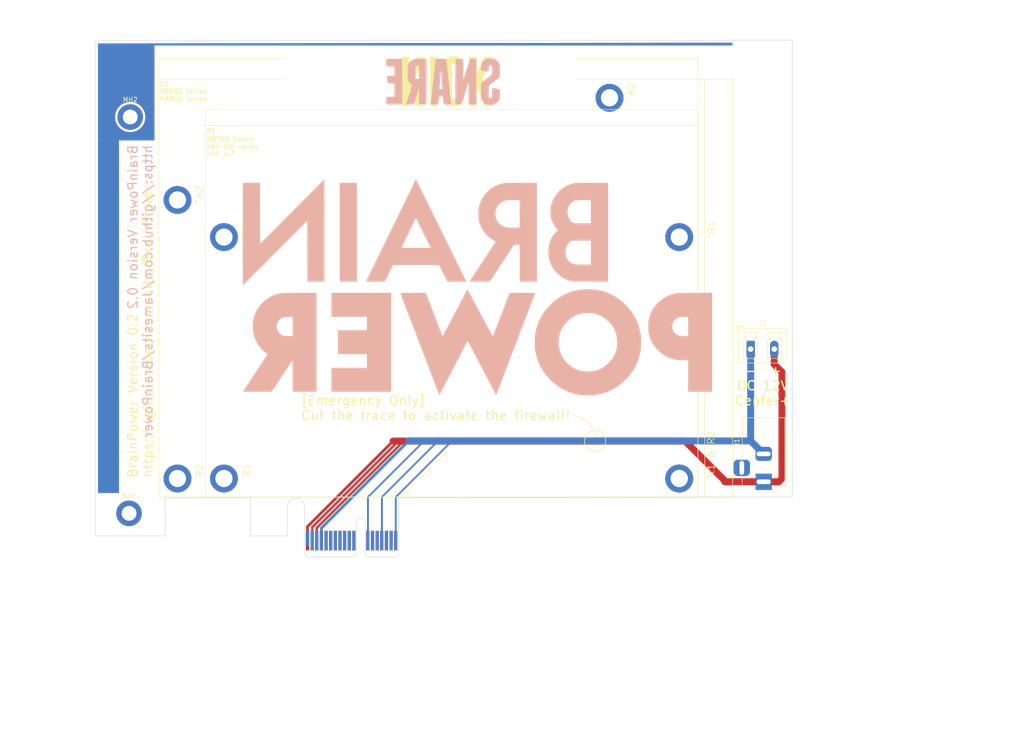
<source format=kicad_pcb>
(kicad_pcb (version 20171130) (host pcbnew "(5.1.2)-2")

  (general
    (thickness 1.6)
    (drawings 48)
    (tracks 47)
    (zones 0)
    (modules 10)
    (nets 3)
  )

  (page A4)
  (layers
    (0 F.Cu signal)
    (31 B.Cu signal)
    (32 B.Adhes user)
    (33 F.Adhes user)
    (34 B.Paste user)
    (35 F.Paste user)
    (36 B.SilkS user)
    (37 F.SilkS user)
    (38 B.Mask user)
    (39 F.Mask user)
    (40 Dwgs.User user)
    (41 Cmts.User user)
    (42 Eco1.User user)
    (43 Eco2.User user)
    (44 Edge.Cuts user)
    (45 Margin user)
    (46 B.CrtYd user)
    (47 F.CrtYd user)
    (48 B.Fab user)
    (49 F.Fab user)
  )

  (setup
    (last_trace_width 1)
    (user_trace_width 0.4)
    (user_trace_width 0.5)
    (user_trace_width 0.6)
    (user_trace_width 1)
    (user_trace_width 1.5)
    (user_trace_width 2)
    (trace_clearance 0.254)
    (zone_clearance 0.0144)
    (zone_45_only no)
    (trace_min 0.254)
    (via_size 0.889)
    (via_drill 0.635)
    (via_min_size 0.889)
    (via_min_drill 0.508)
    (uvia_size 0.508)
    (uvia_drill 0.127)
    (uvias_allowed no)
    (uvia_min_size 0.508)
    (uvia_min_drill 0.127)
    (edge_width 0.1)
    (segment_width 0.2)
    (pcb_text_width 0.3)
    (pcb_text_size 1.5 1.5)
    (mod_edge_width 0.15)
    (mod_text_size 1 1)
    (mod_text_width 0.15)
    (pad_size 5.5 5.5)
    (pad_drill 3.2)
    (pad_to_mask_clearance 0)
    (aux_axis_origin 0 0)
    (visible_elements 7FFFFF7F)
    (pcbplotparams
      (layerselection 0x0d0f0_ffffffff)
      (usegerberextensions false)
      (usegerberattributes false)
      (usegerberadvancedattributes false)
      (creategerberjobfile false)
      (excludeedgelayer true)
      (linewidth 0.100000)
      (plotframeref false)
      (viasonmask false)
      (mode 1)
      (useauxorigin false)
      (hpglpennumber 1)
      (hpglpenspeed 20)
      (hpglpendiameter 15.000000)
      (psnegative false)
      (psa4output false)
      (plotreference true)
      (plotvalue true)
      (plotinvisibletext false)
      (padsonsilk false)
      (subtractmaskfromsilk false)
      (outputformat 1)
      (mirror false)
      (drillshape 0)
      (scaleselection 1)
      (outputdirectory "GerberOutput/"))
  )

  (net 0 "")
  (net 1 GND)
  (net 2 +12V)

  (net_class Default "This is the default net class."
    (clearance 0.254)
    (trace_width 1)
    (via_dia 0.889)
    (via_drill 0.635)
    (uvia_dia 0.508)
    (uvia_drill 0.127)
    (diff_pair_width 0.254)
    (diff_pair_gap 0.25)
    (add_net +12V)
    (add_net GND)
  )

  (net_class JTAG[1..5] ""
    (clearance 0.254)
    (trace_width 1)
    (via_dia 0.889)
    (via_drill 0.635)
    (uvia_dia 0.508)
    (uvia_drill 0.127)
    (diff_pair_width 0.254)
    (diff_pair_gap 0.25)
  )

  (module Footprints:RB750Gr3 (layer F.Cu) (tedit 5DA6AD6E) (tstamp 5DA641ED)
    (at 150 113)
    (fp_text reference R1 (at -51.7398 -48.7934) (layer F.SilkS)
      (effects (font (size 1 1) (thickness 0.15)))
    )
    (fp_text value RB750Gr3 (at 0 -0.5) (layer F.Fab)
      (effects (font (size 1 1) (thickness 0.15)))
    )
    (fp_text user "RJ45 Ports" (at 0.2032 -51.6509) (layer Dwgs.User)
      (effects (font (size 1 1) (thickness 0.15)))
    )
    (fp_line (start 53 -53.5) (end 53 -50) (layer F.SilkS) (width 0.12))
    (fp_line (start -53 -53.5) (end 53 -53.5) (layer F.SilkS) (width 0.12))
    (fp_line (start -53 -53.5) (end -53 -50) (layer F.SilkS) (width 0.12))
    (fp_line (start -53 -50) (end -53 30) (layer F.SilkS) (width 0.12))
    (fp_line (start 53 -50) (end -53 -50) (layer F.SilkS) (width 0.12))
    (fp_line (start 53 30) (end 53 -50) (layer F.SilkS) (width 0.12))
    (fp_line (start -53 30) (end 53 30) (layer F.SilkS) (width 0.12))
    (pad 4 thru_hole circle (at 49 26) (size 6 6) (drill 3.7) (layers *.Cu *.Mask))
    (pad 3 thru_hole circle (at -49 26) (size 6 6) (drill 3.7) (layers *.Cu *.Mask))
    (pad 2 thru_hole circle (at 49 -26) (size 6 6) (drill 3.7) (layers *.Cu *.Mask))
    (pad 1 thru_hole circle (at -49 -26) (size 6 6) (drill 3.7) (layers *.Cu *.Mask))
  )

  (module Footprints:RB450Gx4 (layer F.Cu) (tedit 5DA6BD92) (tstamp 5DA7044E)
    (at 87 53)
    (fp_text reference R2 (at 1.138 1 180) (layer F.SilkS)
      (effects (font (size 1 1) (thickness 0.15)))
    )
    (fp_text value RB450Gx4 (at 60 51 180) (layer F.Fab) hide
      (effects (font (size 1 1) (thickness 0.15)))
    )
    (fp_text user "DC Jack" (at 120 58 -90) (layer Dwgs.User)
      (effects (font (size 1 1) (thickness 0.15)))
    )
    (fp_text user REF** (at 60.3115 48.05218 180) (layer F.SilkS) hide
      (effects (font (size 1 1) (thickness 0.15)))
    )
    (fp_text user "RJ45 Ports" (at 14 -2 180) (layer Dwgs.User)
      (effects (font (size 1 1) (thickness 0.15)))
    )
    (fp_text user LED (at 120 41 -90) (layer Dwgs.User)
      (effects (font (size 1 1) (thickness 0.15)))
    )
    (fp_text user RB450Gx4 (at 60.3115 49.05218 180) (layer F.Fab)
      (effects (font (size 1 1) (thickness 0.15)))
    )
    (fp_text user "Serial Port" (at 120 18 -90) (layer Dwgs.User)
      (effects (font (size 1 1) (thickness 0.15)))
    )
    (fp_line (start 0 0) (end 0 90) (layer F.SilkS) (width 0.12))
    (fp_line (start 116 90) (end 116 0) (layer F.SilkS) (width 0.12))
    (fp_line (start 116 0) (end 90 0) (layer F.SilkS) (width 0.12))
    (fp_line (start 123.5 90) (end 123.5 0) (layer F.SilkS) (width 0.12))
    (fp_line (start 90 -4.4) (end 116 -4.4) (layer F.SilkS) (width 0.12))
    (fp_line (start 123.5 0) (end 116 0) (layer F.SilkS) (width 0.12))
    (fp_line (start 0 90) (end 116 90) (layer F.SilkS) (width 0.12))
    (fp_line (start 0 0) (end 0 -4.4) (layer F.SilkS) (width 0.12))
    (fp_line (start 116 90) (end 123.5 90) (layer F.SilkS) (width 0.12))
    (fp_line (start 117.5 90) (end 117.5 0) (layer F.SilkS) (width 0.12))
    (fp_line (start 116 -4.4) (end 116 0) (layer F.SilkS) (width 0.12))
    (fp_line (start 27 0) (end 0 0) (layer F.SilkS) (width 0.12))
    (fp_line (start 0 -4.4) (end 27 -4.4) (layer F.SilkS) (width 0.12))
    (pad 2 thru_hole circle (at 97 4 180) (size 6 6) (drill 3.7) (layers *.Cu *.Mask))
    (pad 1 thru_hole circle (at 4 26 180) (size 6 6) (drill 3.7) (layers *.Cu *.Mask))
    (pad 4 thru_hole circle (at 112 86 180) (size 6 6) (drill 3.7) (layers *.Cu *.Mask))
    (pad 3 thru_hole circle (at 4 86 180) (size 6 6) (drill 3.7) (layers *.Cu *.Mask))
  )

  (module Connector_Phoenix_MC_HighVoltage:PhoenixContact_MCV_1,5_2-G-5.08_1x02_P5.08mm_Vertical (layer F.Cu) (tedit 5B784ED3) (tstamp 5DA65583)
    (at 214.376 111.125)
    (descr "Generic Phoenix Contact connector footprint for: MCV_1,5/2-G-5.08; number of pins: 02; pin pitch: 5.08mm; Vertical || order number: 1836299 8A 320V")
    (tags "phoenix_contact connector MCV_01x02_G_5.08mm")
    (fp_text reference J2 (at 2.54 -5.55) (layer F.SilkS)
      (effects (font (size 1 1) (thickness 0.15)))
    )
    (fp_text value PhoenixContact_MCV_1,5_2-G-5.08_1x02_P5.08mm_Vertical (at 2.54 4.1) (layer F.Fab)
      (effects (font (size 1 1) (thickness 0.15)))
    )
    (fp_text user %R (at 2.54 -3.65) (layer F.Fab)
      (effects (font (size 1 1) (thickness 0.15)))
    )
    (fp_line (start -3.04 -4.85) (end -1.04 -4.85) (layer F.Fab) (width 0.1))
    (fp_line (start -3.04 -3.6) (end -3.04 -4.85) (layer F.Fab) (width 0.1))
    (fp_line (start -3.04 -4.85) (end -1.04 -4.85) (layer F.SilkS) (width 0.12))
    (fp_line (start -3.04 -3.6) (end -3.04 -4.85) (layer F.SilkS) (width 0.12))
    (fp_line (start 8.12 -4.85) (end -3.04 -4.85) (layer F.CrtYd) (width 0.05))
    (fp_line (start 8.12 3.4) (end 8.12 -4.85) (layer F.CrtYd) (width 0.05))
    (fp_line (start -3.04 3.4) (end 8.12 3.4) (layer F.CrtYd) (width 0.05))
    (fp_line (start -3.04 -4.85) (end -3.04 3.4) (layer F.CrtYd) (width 0.05))
    (fp_line (start 6.58 2.15) (end 5.83 2.15) (layer F.SilkS) (width 0.12))
    (fp_line (start 6.58 -2.15) (end 6.58 2.15) (layer F.SilkS) (width 0.12))
    (fp_line (start 5.83 -2.15) (end 6.58 -2.15) (layer F.SilkS) (width 0.12))
    (fp_line (start 5.83 -2.5) (end 5.83 -2.15) (layer F.SilkS) (width 0.12))
    (fp_line (start 6.33 -2.5) (end 5.83 -2.5) (layer F.SilkS) (width 0.12))
    (fp_line (start 6.58 -3.5) (end 6.33 -2.5) (layer F.SilkS) (width 0.12))
    (fp_line (start 3.58 -3.5) (end 6.58 -3.5) (layer F.SilkS) (width 0.12))
    (fp_line (start 3.83 -2.5) (end 3.58 -3.5) (layer F.SilkS) (width 0.12))
    (fp_line (start 4.33 -2.5) (end 3.83 -2.5) (layer F.SilkS) (width 0.12))
    (fp_line (start 4.33 -2.15) (end 4.33 -2.5) (layer F.SilkS) (width 0.12))
    (fp_line (start 3.58 -2.15) (end 4.33 -2.15) (layer F.SilkS) (width 0.12))
    (fp_line (start 3.58 2.15) (end 3.58 -2.15) (layer F.SilkS) (width 0.12))
    (fp_line (start 4.33 2.15) (end 3.58 2.15) (layer F.SilkS) (width 0.12))
    (fp_line (start 1.5 2.15) (end 0.75 2.15) (layer F.SilkS) (width 0.12))
    (fp_line (start 1.5 -2.15) (end 1.5 2.15) (layer F.SilkS) (width 0.12))
    (fp_line (start 0.75 -2.15) (end 1.5 -2.15) (layer F.SilkS) (width 0.12))
    (fp_line (start 0.75 -2.5) (end 0.75 -2.15) (layer F.SilkS) (width 0.12))
    (fp_line (start 1.25 -2.5) (end 0.75 -2.5) (layer F.SilkS) (width 0.12))
    (fp_line (start 1.5 -3.5) (end 1.25 -2.5) (layer F.SilkS) (width 0.12))
    (fp_line (start -1.5 -3.5) (end 1.5 -3.5) (layer F.SilkS) (width 0.12))
    (fp_line (start -1.25 -2.5) (end -1.5 -3.5) (layer F.SilkS) (width 0.12))
    (fp_line (start -0.75 -2.5) (end -1.25 -2.5) (layer F.SilkS) (width 0.12))
    (fp_line (start -0.75 -2.15) (end -0.75 -2.5) (layer F.SilkS) (width 0.12))
    (fp_line (start -1.5 -2.15) (end -0.75 -2.15) (layer F.SilkS) (width 0.12))
    (fp_line (start -1.5 2.15) (end -1.5 -2.15) (layer F.SilkS) (width 0.12))
    (fp_line (start -0.75 2.15) (end -1.5 2.15) (layer F.SilkS) (width 0.12))
    (fp_line (start 7.62 -4.35) (end -2.54 -4.35) (layer F.Fab) (width 0.1))
    (fp_line (start 7.62 2.9) (end 7.62 -4.35) (layer F.Fab) (width 0.1))
    (fp_line (start -2.54 2.9) (end 7.62 2.9) (layer F.Fab) (width 0.1))
    (fp_line (start -2.54 -4.35) (end -2.54 2.9) (layer F.Fab) (width 0.1))
    (fp_line (start 7.73 -4.46) (end -2.65 -4.46) (layer F.SilkS) (width 0.12))
    (fp_line (start 7.73 3.01) (end 7.73 -4.46) (layer F.SilkS) (width 0.12))
    (fp_line (start -2.65 3.01) (end 7.73 3.01) (layer F.SilkS) (width 0.12))
    (fp_line (start -2.65 -4.46) (end -2.65 3.01) (layer F.SilkS) (width 0.12))
    (fp_arc (start 5.08 3.85) (end 4.33 2.15) (angle 47.6) (layer F.SilkS) (width 0.12))
    (fp_arc (start 0 3.85) (end -0.75 2.15) (angle 47.6) (layer F.SilkS) (width 0.12))
    (pad 2 thru_hole oval (at 5.08 0) (size 1.8 3.6) (drill 1.2) (layers *.Cu *.Mask)
      (net 2 +12V))
    (pad 1 thru_hole roundrect (at 0 0) (size 1.8 3.6) (drill 1.2) (layers *.Cu *.Mask) (roundrect_rratio 0.138889)
      (net 1 GND))
    (model ${KISYS3DMOD}/Connector_Phoenix_MC_HighVoltage.3dshapes/PhoenixContact_MCV_1,5_2-G-5.08_1x02_P5.08mm_Vertical.wrl
      (at (xyz 0 0 0))
      (scale (xyz 1 1 1))
      (rotate (xyz 0 0 0))
    )
  )

  (module Connector_BarrelJack:BarrelJack_Horizontal (layer F.Cu) (tedit 5A1DBF6A) (tstamp 5DA64B6E)
    (at 217.17 139.7 270)
    (descr "DC Barrel Jack")
    (tags "Power Jack")
    (fp_text reference J1 (at -8.45 5.75 90) (layer F.SilkS)
      (effects (font (size 1 1) (thickness 0.15)))
    )
    (fp_text value BarrelJack_Horizontal (at -6.2 -5.5 90) (layer F.Fab)
      (effects (font (size 1 1) (thickness 0.15)))
    )
    (fp_line (start 0 -4.5) (end -13.7 -4.5) (layer F.Fab) (width 0.1))
    (fp_line (start 0.8 4.5) (end 0.8 -3.75) (layer F.Fab) (width 0.1))
    (fp_line (start -13.7 4.5) (end 0.8 4.5) (layer F.Fab) (width 0.1))
    (fp_line (start -13.7 -4.5) (end -13.7 4.5) (layer F.Fab) (width 0.1))
    (fp_line (start -10.2 -4.5) (end -10.2 4.5) (layer F.Fab) (width 0.1))
    (fp_line (start 0.9 -4.6) (end 0.9 -2) (layer F.SilkS) (width 0.12))
    (fp_line (start -13.8 -4.6) (end 0.9 -4.6) (layer F.SilkS) (width 0.12))
    (fp_line (start 0.9 4.6) (end -1 4.6) (layer F.SilkS) (width 0.12))
    (fp_line (start 0.9 1.9) (end 0.9 4.6) (layer F.SilkS) (width 0.12))
    (fp_line (start -13.8 4.6) (end -13.8 -4.6) (layer F.SilkS) (width 0.12))
    (fp_line (start -5 4.6) (end -13.8 4.6) (layer F.SilkS) (width 0.12))
    (fp_line (start -14 4.75) (end -14 -4.75) (layer F.CrtYd) (width 0.05))
    (fp_line (start -5 4.75) (end -14 4.75) (layer F.CrtYd) (width 0.05))
    (fp_line (start -5 6.75) (end -5 4.75) (layer F.CrtYd) (width 0.05))
    (fp_line (start -1 6.75) (end -5 6.75) (layer F.CrtYd) (width 0.05))
    (fp_line (start -1 4.75) (end -1 6.75) (layer F.CrtYd) (width 0.05))
    (fp_line (start 1 4.75) (end -1 4.75) (layer F.CrtYd) (width 0.05))
    (fp_line (start 1 2) (end 1 4.75) (layer F.CrtYd) (width 0.05))
    (fp_line (start 2 2) (end 1 2) (layer F.CrtYd) (width 0.05))
    (fp_line (start 2 -2) (end 2 2) (layer F.CrtYd) (width 0.05))
    (fp_line (start 1 -2) (end 2 -2) (layer F.CrtYd) (width 0.05))
    (fp_line (start 1 -4.5) (end 1 -2) (layer F.CrtYd) (width 0.05))
    (fp_line (start 1 -4.75) (end -14 -4.75) (layer F.CrtYd) (width 0.05))
    (fp_line (start 1 -4.5) (end 1 -4.75) (layer F.CrtYd) (width 0.05))
    (fp_line (start 0.05 -4.8) (end 1.1 -4.8) (layer F.SilkS) (width 0.12))
    (fp_line (start 1.1 -3.75) (end 1.1 -4.8) (layer F.SilkS) (width 0.12))
    (fp_line (start -0.003213 -4.505425) (end 0.8 -3.75) (layer F.Fab) (width 0.1))
    (fp_text user %R (at -3 -2.95 90) (layer F.Fab)
      (effects (font (size 1 1) (thickness 0.15)))
    )
    (pad 3 thru_hole roundrect (at -3 4.7 270) (size 3.5 3.5) (drill oval 3 1) (layers *.Cu *.Mask) (roundrect_rratio 0.25))
    (pad 2 thru_hole roundrect (at -6 0 270) (size 3 3.5) (drill oval 1 3) (layers *.Cu *.Mask) (roundrect_rratio 0.25)
      (net 1 GND))
    (pad 1 thru_hole rect (at 0 0 270) (size 3.5 3.5) (drill oval 1 3) (layers *.Cu *.Mask)
      (net 2 +12V))
    (model ${KISYS3DMOD}/Connector_BarrelJack.3dshapes/BarrelJack_Horizontal.wrl
      (at (xyz 0 0 0))
      (scale (xyz 1 1 1))
      (rotate (xyz 0 0 0))
    )
  )

  (module "SVGs:BRAIN POWER" (layer B.Cu) (tedit 0) (tstamp 5DA64627)
    (at 155.575 97.79 180)
    (fp_text reference Ref** (at 0 0) (layer B.SilkS) hide
      (effects (font (size 1.27 1.27) (thickness 0.15)) (justify mirror))
    )
    (fp_text value Val** (at 0 0) (layer B.SilkS) hide
      (effects (font (size 1.27 1.27) (thickness 0.15)) (justify mirror))
    )
    (fp_poly (pts (xy 29.633334 1.185333) (xy 25.950334 1.185333) (xy 25.950334 22.479) (xy 29.633334 22.479)
      (xy 29.633334 1.185333)) (layer B.SilkS) (width 0.01))
    (fp_poly (pts (xy 13.267671 23.202624) (xy 13.322621 23.09267) (xy 13.411036 22.913947) (xy 13.531123 22.670135)
      (xy 13.681086 22.364911) (xy 13.859132 22.001956) (xy 14.063466 21.584949) (xy 14.292295 21.117569)
      (xy 14.543823 20.603495) (xy 14.816257 20.046407) (xy 15.107802 19.449983) (xy 15.416664 18.817904)
      (xy 15.741049 18.153847) (xy 16.079163 17.461494) (xy 16.42921 16.744522) (xy 16.789398 16.006612)
      (xy 17.157931 15.251441) (xy 17.533016 14.482691) (xy 17.912857 13.704039) (xy 18.295662 12.919166)
      (xy 18.679635 12.13175) (xy 19.062982 11.34547) (xy 19.44391 10.564007) (xy 19.820623 9.791039)
      (xy 20.191327 9.030245) (xy 20.554229 8.285305) (xy 20.907533 7.559898) (xy 21.249446 6.857703)
      (xy 21.578174 6.1824) (xy 21.891921 5.537668) (xy 22.188895 4.927185) (xy 22.4673 4.354632)
      (xy 22.725342 3.823688) (xy 22.961227 3.338031) (xy 23.173161 2.901342) (xy 23.359349 2.517298)
      (xy 23.517998 2.189581) (xy 23.647312 1.921868) (xy 23.745498 1.717839) (xy 23.810761 1.581174)
      (xy 23.820217 1.561162) (xy 23.997267 1.185333) (xy 19.933579 1.185333) (xy 18.165435 4.783667)
      (xy 8.275703 4.783667) (xy 6.477131 1.185333) (xy 2.375475 1.185333) (xy 3.444117 3.354917)
      (xy 3.564628 3.599648) (xy 3.720279 3.91585) (xy 3.90885 4.299011) (xy 4.128125 4.744623)
      (xy 4.375884 5.248175) (xy 4.649909 5.805159) (xy 4.947982 6.411064) (xy 5.267885 7.06138)
      (xy 5.6074 7.751599) (xy 5.959121 8.466667) (xy 10.074484 8.466667) (xy 13.212105 8.466667)
      (xy 13.802787 8.466749) (xy 14.314398 8.467083) (xy 14.75253 8.467802) (xy 15.122779 8.469041)
      (xy 15.430739 8.470931) (xy 15.682003 8.473607) (xy 15.882166 8.477202) (xy 16.036823 8.481848)
      (xy 16.151567 8.48768) (xy 16.231994 8.49483) (xy 16.283696 8.503432) (xy 16.312269 8.513619)
      (xy 16.323307 8.525525) (xy 16.322404 8.539281) (xy 16.321878 8.54075) (xy 16.295434 8.600228)
      (xy 16.236035 8.726976) (xy 16.147007 8.914154) (xy 16.031676 9.154924) (xy 15.893368 9.442448)
      (xy 15.735409 9.769888) (xy 15.561126 10.130404) (xy 15.373844 10.517159) (xy 15.176889 10.923313)
      (xy 14.973588 11.342029) (xy 14.767266 11.766469) (xy 14.56125 12.189793) (xy 14.358866 12.605163)
      (xy 14.163439 13.005741) (xy 13.978297 13.384689) (xy 13.806764 13.735167) (xy 13.652167 14.050338)
      (xy 13.517832 14.323363) (xy 13.407085 14.547404) (xy 13.323253 14.715622) (xy 13.26966 14.821178)
      (xy 13.249672 14.857241) (xy 13.227903 14.820518) (xy 13.171754 14.713697) (xy 13.084177 14.542673)
      (xy 12.968127 14.313339) (xy 12.826556 14.031589) (xy 12.662419 13.703316) (xy 12.478668 13.334415)
      (xy 12.278257 12.930779) (xy 12.06414 12.498302) (xy 11.83927 12.042877) (xy 11.834523 12.03325)
      (xy 11.604067 11.56589) (xy 11.380544 11.112626) (xy 11.167389 10.680424) (xy 10.96804 10.276252)
      (xy 10.785935 9.907078) (xy 10.624509 9.579868) (xy 10.4872 9.301589) (xy 10.377444 9.079209)
      (xy 10.29868 8.919696) (xy 10.257843 8.837083) (xy 10.074484 8.466667) (xy 5.959121 8.466667)
      (xy 5.964308 8.477211) (xy 6.33639 9.233705) (xy 6.72143 10.016572) (xy 7.117208 10.821303)
      (xy 7.521507 11.643388) (xy 7.932107 12.478317) (xy 8.346791 13.321581) (xy 8.76334 14.16867)
      (xy 8.86861 14.38275) (xy 9.269412 15.197632) (xy 9.660464 15.992288) (xy 10.04012 16.763385)
      (xy 10.406732 17.507594) (xy 10.758653 18.221581) (xy 11.094235 18.902017) (xy 11.411833 19.545568)
      (xy 11.709798 20.148905) (xy 11.986483 20.708696) (xy 12.240241 21.221608) (xy 12.469426 21.684312)
      (xy 12.67239 22.093474) (xy 12.847485 22.445765) (xy 12.993065 22.737852) (xy 13.107482 22.966405)
      (xy 13.18909 23.128091) (xy 13.236241 23.219579) (xy 13.247981 23.240128) (xy 13.267671 23.202624)) (layer B.SilkS) (width 0.01))
    (fp_poly (pts (xy -9.30275 22.467309) (xy -8.676825 22.464402) (xy -8.129518 22.461625) (xy -7.65478 22.458815)
      (xy -7.246563 22.45581) (xy -6.898817 22.452449) (xy -6.605496 22.448567) (xy -6.360549 22.444004)
      (xy -6.157929 22.438597) (xy -5.991587 22.432183) (xy -5.855474 22.424601) (xy -5.743543 22.415688)
      (xy -5.649744 22.405281) (xy -5.568028 22.393219) (xy -5.492349 22.379339) (xy -5.416656 22.363479)
      (xy -5.414329 22.362973) (xy -4.701129 22.165987) (xy -4.022075 21.895585) (xy -3.382065 21.556454)
      (xy -2.785998 21.153281) (xy -2.238774 20.690751) (xy -1.74529 20.173551) (xy -1.310446 19.606369)
      (xy -0.939142 18.99389) (xy -0.636275 18.340801) (xy -0.406744 17.651789) (xy -0.379017 17.545924)
      (xy -0.271254 17.048549) (xy -0.204622 16.559731) (xy -0.176198 16.049776) (xy -0.181277 15.536547)
      (xy -0.224973 14.920785) (xy -0.31408 14.354514) (xy -0.454709 13.81223) (xy -0.652973 13.268429)
      (xy -0.809586 12.914929) (xy -1.123086 12.333417) (xy -1.50069 11.778967) (xy -1.932056 11.262656)
      (xy -2.40684 10.795561) (xy -2.914698 10.388759) (xy -3.445286 10.053329) (xy -3.518443 10.013933)
      (xy -3.67987 9.923422) (xy -3.802127 9.844275) (xy -3.871257 9.786111) (xy -3.881058 9.764033)
      (xy -3.855749 9.723118) (xy -3.786737 9.615877) (xy -3.676893 9.44669) (xy -3.529086 9.219937)
      (xy -3.346185 8.939998) (xy -3.13106 8.611255) (xy -2.886581 8.238088) (xy -2.615616 7.824876)
      (xy -2.321035 7.376002) (xy -2.005708 6.895845) (xy -1.672505 6.388786) (xy -1.324294 5.859205)
      (xy -1.062334 5.461) (xy 1.737089 1.2065) (xy -0.454372 1.195035) (xy -0.941751 1.192603)
      (xy -1.35145 1.190975) (xy -1.690452 1.190359) (xy -1.965741 1.190963) (xy -2.184303 1.192995)
      (xy -2.35312 1.196662) (xy -2.479177 1.202173) (xy -2.569458 1.209736) (xy -2.630947 1.219557)
      (xy -2.670628 1.231846) (xy -2.695486 1.246809) (xy -2.710494 1.262172) (xy -2.741962 1.307461)
      (xy -2.816791 1.418919) (xy -2.931922 1.591908) (xy -3.084294 1.821791) (xy -3.27085 2.103929)
      (xy -3.48853 2.433685) (xy -3.734274 2.806421) (xy -4.005024 3.217498) (xy -4.29772 3.66228)
      (xy -4.609303 4.136128) (xy -4.936714 4.634404) (xy -5.276893 5.152471) (xy -5.335161 5.241243)
      (xy -7.895166 9.141712) (xy -9.101666 9.144) (xy -9.101666 1.185333) (xy -12.784666 1.185333)
      (xy -12.784666 14.46223) (xy -9.094222 14.46223) (xy -9.093927 14.065678) (xy -9.093059 13.71443)
      (xy -9.091641 13.415476) (xy -9.089694 13.175804) (xy -9.087241 13.002404) (xy -9.084302 12.902263)
      (xy -9.082204 12.879917) (xy -9.035952 12.865355) (xy -8.917348 12.853017) (xy -8.738681 12.842956)
      (xy -8.512238 12.835224) (xy -8.250306 12.829876) (xy -7.965173 12.826963) (xy -7.669126 12.826538)
      (xy -7.374454 12.828655) (xy -7.093443 12.833366) (xy -6.838381 12.840723) (xy -6.621555 12.850781)
      (xy -6.455254 12.863591) (xy -6.4135 12.868439) (xy -5.922259 12.973328) (xy -5.467365 13.151692)
      (xy -5.055069 13.398483) (xy -4.691623 13.708652) (xy -4.383278 14.077151) (xy -4.136287 14.498929)
      (xy -4.007236 14.811682) (xy -3.920544 15.13889) (xy -3.867991 15.509072) (xy -3.851381 15.890702)
      (xy -3.872514 16.252253) (xy -3.911816 16.481173) (xy -4.062948 16.945276) (xy -4.28696 17.375387)
      (xy -4.576174 17.763569) (xy -4.922911 18.101884) (xy -5.319494 18.382395) (xy -5.758243 18.597163)
      (xy -6.053666 18.695364) (xy -6.141381 18.716755) (xy -6.238706 18.733823) (xy -6.356012 18.747055)
      (xy -6.503675 18.756937) (xy -6.692066 18.763956) (xy -6.93156 18.7686) (xy -7.232528 18.771356)
      (xy -7.605345 18.77271) (xy -7.704666 18.772877) (xy -9.0805 18.774833) (xy -9.091459 15.853833)
      (xy -9.09301 15.363297) (xy -9.093924 14.8971) (xy -9.094222 14.46223) (xy -12.784666 14.46223)
      (xy -12.784666 22.483098) (xy -9.30275 22.467309)) (layer B.SilkS) (width 0.01))
    (fp_poly (pts (xy -24.563916 22.46793) (xy -23.933721 22.465283) (xy -23.382202 22.462793) (xy -22.903367 22.460293)
      (xy -22.491228 22.457617) (xy -22.139792 22.454598) (xy -21.84307 22.451068) (xy -21.595071 22.44686)
      (xy -21.389806 22.441808) (xy -21.221282 22.435744) (xy -21.08351 22.428502) (xy -20.9705 22.419914)
      (xy -20.87626 22.409814) (xy -20.794801 22.398034) (xy -20.720132 22.384408) (xy -20.646263 22.368768)
      (xy -20.595166 22.357291) (xy -19.907539 22.158591) (xy -19.250833 21.882782) (xy -18.629963 21.533327)
      (xy -18.049846 21.113692) (xy -17.515398 20.62734) (xy -17.031535 20.077735) (xy -16.691895 19.606595)
      (xy -16.349512 19.016814) (xy -16.076105 18.396799) (xy -15.872745 17.755348) (xy -15.740502 17.10126)
      (xy -15.680445 16.443332) (xy -15.693644 15.790364) (xy -15.78117 15.151152) (xy -15.944092 14.534495)
      (xy -16.042438 14.266333) (xy -16.210349 13.886381) (xy -16.405974 13.508628) (xy -16.618383 13.150903)
      (xy -16.836646 12.831037) (xy -17.049833 12.566858) (xy -17.146007 12.466184) (xy -17.31218 12.30392)
      (xy -16.966809 11.983377) (xy -16.556864 11.552993) (xy -16.205376 11.075197) (xy -15.909452 10.544529)
      (xy -15.666196 9.955527) (xy -15.472712 9.302728) (xy -15.416257 9.058362) (xy -15.292964 8.30469)
      (xy -15.249062 7.560491) (xy -15.283993 6.831042) (xy -15.397196 6.121621) (xy -15.588115 5.437503)
      (xy -15.856189 4.783968) (xy -15.872437 4.750493) (xy -16.138067 4.258381) (xy -16.438065 3.804328)
      (xy -16.786729 3.369228) (xy -17.198357 2.933976) (xy -17.320874 2.815167) (xy -17.832538 2.374436)
      (xy -18.371876 2.005169) (xy -18.949352 1.701796) (xy -19.57543 1.458746) (xy -20.193 1.286055)
      (xy -20.253791 1.273062) (xy -20.322632 1.261592) (xy -20.405091 1.251522) (xy -20.50674 1.242734)
      (xy -20.633148 1.235105) (xy -20.789887 1.228514) (xy -20.982525 1.222841) (xy -21.216634 1.217964)
      (xy -21.497783 1.213763) (xy -21.831543 1.210117) (xy -22.223484 1.206904) (xy -22.679176 1.204004)
      (xy -23.20419 1.201295) (xy -23.804095 1.198657) (xy -24.309916 1.196639) (xy -28.109333 1.181933)
      (xy -28.109333 4.868333) (xy -24.426333 4.868333) (xy -22.82825 4.869069) (xy -22.380102 4.870039)
      (xy -22.008118 4.87269) (xy -21.703805 4.877303) (xy -21.458671 4.88416) (xy -21.264224 4.893543)
      (xy -21.111972 4.905735) (xy -20.993422 4.921018) (xy -20.933833 4.93202) (xy -20.503042 5.063988)
      (xy -20.113205 5.267908) (xy -19.76968 5.538912) (xy -19.477825 5.87213) (xy -19.242996 6.262695)
      (xy -19.106873 6.592213) (xy -19.016316 6.952806) (xy -18.971053 7.354203) (xy -18.972264 7.764945)
      (xy -19.021128 8.153572) (xy -19.044455 8.257943) (xy -19.154256 8.609274) (xy -19.303116 8.95599)
      (xy -19.478919 9.274419) (xy -19.66955 9.540891) (xy -19.743547 9.623801) (xy -19.828523 9.712908)
      (xy -19.903151 9.787993) (xy -19.975198 9.850258) (xy -20.052435 9.900903) (xy -20.142627 9.94113)
      (xy -20.253543 9.97214) (xy -20.392951 9.995133) (xy -20.568618 10.011313) (xy -20.788314 10.021878)
      (xy -21.059805 10.028032) (xy -21.39086 10.030974) (xy -21.789247 10.031906) (xy -22.262733 10.03203)
      (xy -22.38375 10.03207) (xy -24.426333 10.033) (xy -24.426333 4.868333) (xy -28.109333 4.868333)
      (xy -28.109333 13.758333) (xy -24.427005 13.758333) (xy -22.616919 13.758747) (xy -22.17836 13.758919)
      (xy -21.816117 13.759487) (xy -21.521836 13.760864) (xy -21.287167 13.763457) (xy -21.103757 13.767678)
      (xy -20.963254 13.773935) (xy -20.857307 13.782641) (xy -20.777565 13.794203) (xy -20.715674 13.809032)
      (xy -20.663284 13.827539) (xy -20.612042 13.850132) (xy -20.595166 13.857992) (xy -20.371861 13.999699)
      (xy -20.147877 14.209638) (xy -19.934276 14.47219) (xy -19.742119 14.771738) (xy -19.582468 15.092665)
      (xy -19.466386 15.419354) (xy -19.452587 15.471144) (xy -19.400606 15.79209) (xy -19.38966 16.157582)
      (xy -19.417374 16.539472) (xy -19.481375 16.909613) (xy -19.579289 17.239858) (xy -19.607684 17.310316)
      (xy -19.776975 17.623974) (xy -20.004468 17.92686) (xy -20.270901 18.198044) (xy -20.55701 18.4166)
      (xy -20.703213 18.500509) (xy -20.841597 18.569028) (xy -20.966305 18.624974) (xy -21.087737 18.669628)
      (xy -21.216292 18.704268) (xy -21.362369 18.730176) (xy -21.536366 18.74863) (xy -21.748682 18.76091)
      (xy -22.009717 18.768295) (xy -22.329869 18.772066) (xy -22.719537 18.773503) (xy -22.9235 18.77373)
      (xy -24.405166 18.774833) (xy -24.416086 16.266583) (xy -24.427005 13.758333) (xy -28.109333 13.758333)
      (xy -28.109333 22.482618) (xy -24.563916 22.46793)) (layer B.SilkS) (width 0.01))
    (fp_poly (pts (xy 33.002915 23.203041) (xy 33.092615 23.114735) (xy 33.236707 22.97168) (xy 33.432543 22.776529)
      (xy 33.677479 22.531932) (xy 33.968868 22.240543) (xy 34.304067 21.905014) (xy 34.680427 21.527997)
      (xy 35.095305 21.112145) (xy 35.546054 20.660109) (xy 36.030029 20.174543) (xy 36.544584 19.658099)
      (xy 37.087073 19.113428) (xy 37.654851 18.543183) (xy 38.245272 17.950017) (xy 38.855691 17.336582)
      (xy 39.483461 16.70553) (xy 39.902335 16.284369) (xy 46.7995 9.348904) (xy 46.810217 15.913952)
      (xy 46.820933 22.479) (xy 50.503667 22.479) (xy 50.503667 11.43) (xy 50.503627 10.468797)
      (xy 50.503509 9.529932) (xy 50.503317 8.616913) (xy 50.503054 7.733247) (xy 50.502723 6.88244)
      (xy 50.502328 6.068) (xy 50.501872 5.293435) (xy 50.501359 4.562252) (xy 50.500791 3.877957)
      (xy 50.500172 3.244059) (xy 50.499506 2.664064) (xy 50.498796 2.141479) (xy 50.498045 1.679813)
      (xy 50.497256 1.282571) (xy 50.496434 0.953261) (xy 50.495581 0.695391) (xy 50.4947 0.512468)
      (xy 50.493796 0.407998) (xy 50.493084 0.383226) (xy 50.462698 0.413025) (xy 50.375268 0.500246)
      (xy 50.23342 0.642247) (xy 50.039784 0.836388) (xy 49.796986 1.080026) (xy 49.507656 1.370521)
      (xy 49.17442 1.705232) (xy 48.799907 2.081517) (xy 48.386746 2.496735) (xy 47.937563 2.948244)
      (xy 47.454988 3.433404) (xy 46.941647 3.949572) (xy 46.400169 4.494109) (xy 45.833183 5.064372)
      (xy 45.243315 5.65772) (xy 44.633194 6.271512) (xy 44.005449 6.903107) (xy 43.561 7.350323)
      (xy 36.6395 14.315195) (xy 36.628784 7.750264) (xy 36.618067 1.185333) (xy 32.935334 1.185333)
      (xy 32.935334 12.216695) (xy 32.935466 13.176963) (xy 32.935855 14.114808) (xy 32.936489 15.026726)
      (xy 32.937358 15.909211) (xy 32.938451 16.758759) (xy 32.939756 17.571863) (xy 32.941263 18.34502)
      (xy 32.942959 19.074725) (xy 32.944835 19.757472) (xy 32.946878 20.389756) (xy 32.949079 20.968072)
      (xy 32.951425 21.488916) (xy 32.953905 21.948782) (xy 32.95651 22.344166) (xy 32.959226 22.671562)
      (xy 32.962044 22.927466) (xy 32.964952 23.108372) (xy 32.967939 23.210775) (xy 32.970252 23.233945)
      (xy 33.002915 23.203041)) (layer B.SilkS) (width 0.01))
    (fp_poly (pts (xy 38.882344 -1.227804) (xy 39.475241 -1.2284) (xy 39.99588 -1.229732) (xy 40.450463 -1.232079)
      (xy 40.845196 -1.235717) (xy 41.186282 -1.240923) (xy 41.479924 -1.247976) (xy 41.732327 -1.257153)
      (xy 41.949694 -1.268731) (xy 42.138229 -1.282987) (xy 42.304137 -1.300199) (xy 42.45362 -1.320645)
      (xy 42.592884 -1.344602) (xy 42.728131 -1.372347) (xy 42.865566 -1.404158) (xy 43.011392 -1.440312)
      (xy 43.021167 -1.442784) (xy 43.711188 -1.660167) (xy 44.379953 -1.955026) (xy 45.020228 -2.321341)
      (xy 45.624778 -2.75309) (xy 46.186367 -3.244252) (xy 46.69776 -3.788806) (xy 47.151723 -4.38073)
      (xy 47.541019 -5.014003) (xy 47.709121 -5.344191) (xy 47.967126 -5.952456) (xy 48.159813 -6.55968)
      (xy 48.290427 -7.182109) (xy 48.362215 -7.835987) (xy 48.378425 -8.537557) (xy 48.375469 -8.678333)
      (xy 48.335963 -9.328741) (xy 48.25181 -9.925442) (xy 48.118131 -10.489476) (xy 47.930044 -11.041885)
      (xy 47.710067 -11.546809) (xy 47.372812 -12.170194) (xy 46.971141 -12.768599) (xy 46.516923 -13.327337)
      (xy 46.022026 -13.831722) (xy 45.532047 -14.241876) (xy 45.373855 -14.36834) (xy 45.273866 -14.464779)
      (xy 45.238312 -14.524956) (xy 45.240348 -14.533821) (xy 45.268517 -14.57744) (xy 45.339596 -14.686124)
      (xy 45.449882 -14.854257) (xy 45.595678 -15.076221) (xy 45.773281 -15.346399) (xy 45.978992 -15.659175)
      (xy 46.209112 -16.00893) (xy 46.459938 -16.390048) (xy 46.727772 -16.796911) (xy 47.008913 -17.223903)
      (xy 47.299661 -17.665407) (xy 47.596315 -18.115804) (xy 47.895176 -18.569479) (xy 48.192542 -19.020814)
      (xy 48.484715 -19.464191) (xy 48.767994 -19.893995) (xy 49.038678 -20.304606) (xy 49.293067 -20.69041)
      (xy 49.527461 -21.045787) (xy 49.738161 -21.365122) (xy 49.921464 -21.642797) (xy 50.073672 -21.873194)
      (xy 50.191085 -22.050698) (xy 50.270001 -22.16969) (xy 50.299854 -22.214417) (xy 50.506247 -22.521333)
      (xy 44.290251 -22.521333) (xy 42.052376 -19.125872) (xy 39.8145 -15.730412) (xy 39.803665 -19.125872)
      (xy 39.79283 -22.521333) (xy 34.628667 -22.521333) (xy 34.628667 -10.549421) (xy 39.793334 -10.549421)
      (xy 40.692917 -10.530867) (xy 41.002445 -10.523606) (xy 41.241318 -10.515344) (xy 41.423546 -10.50474)
      (xy 41.563139 -10.490451) (xy 41.674108 -10.471134) (xy 41.770463 -10.445446) (xy 41.843083 -10.420638)
      (xy 42.218824 -10.241579) (xy 42.540606 -10.004375) (xy 42.804715 -9.718338) (xy 43.007433 -9.392784)
      (xy 43.145046 -9.037025) (xy 43.213837 -8.660376) (xy 43.210091 -8.27215) (xy 43.130091 -7.881661)
      (xy 42.992132 -7.540528) (xy 42.859176 -7.329416) (xy 42.676148 -7.107126) (xy 42.468299 -6.901143)
      (xy 42.260881 -6.738953) (xy 42.248069 -6.730616) (xy 42.086906 -6.634762) (xy 41.928834 -6.560221)
      (xy 41.759409 -6.504028) (xy 41.564189 -6.463219) (xy 41.32873 -6.43483) (xy 41.038588 -6.415896)
      (xy 40.679322 -6.403452) (xy 40.650584 -6.402732) (xy 39.793334 -6.381671) (xy 39.793334 -10.549421)
      (xy 34.628667 -10.549421) (xy 34.628667 -1.227667) (xy 38.210984 -1.227667) (xy 38.882344 -1.227804)) (layer B.SilkS) (width 0.01))
    (fp_poly (pts (xy 31.453667 -6.392333) (xy 23.791334 -6.392333) (xy 23.791334 -9.271) (xy 30.014334 -9.271)
      (xy 30.014334 -14.435667) (xy 23.791334 -14.435667) (xy 23.791334 -17.356667) (xy 31.453667 -17.356667)
      (xy 31.453667 -22.521333) (xy 18.584334 -22.521333) (xy 18.584334 -1.227667) (xy 31.453667 -1.227667)
      (xy 31.453667 -6.392333)) (layer B.SilkS) (width 0.01))
    (fp_poly (pts (xy -46.70425 -1.238745) (xy -46.050537 -1.241337) (xy -45.475747 -1.243768) (xy -44.974135 -1.246191)
      (xy -44.539957 -1.248753) (xy -44.16747 -1.251606) (xy -43.850929 -1.254899) (xy -43.584591 -1.258781)
      (xy -43.362712 -1.263404) (xy -43.179548 -1.268916) (xy -43.029354 -1.275467) (xy -42.906388 -1.283207)
      (xy -42.804905 -1.292287) (xy -42.719161 -1.302856) (xy -42.643413 -1.315063) (xy -42.571916 -1.329059)
      (xy -42.498926 -1.344993) (xy -42.4815 -1.348908) (xy -41.712958 -1.560215) (xy -40.995621 -1.837722)
      (xy -40.324636 -2.184179) (xy -39.695152 -2.602336) (xy -39.102314 -3.094942) (xy -38.701815 -3.490516)
      (xy -38.186749 -4.092805) (xy -37.748721 -4.729781) (xy -37.38808 -5.40071) (xy -37.105178 -6.104858)
      (xy -36.900364 -6.84149) (xy -36.786399 -7.504777) (xy -36.762073 -7.78438) (xy -36.749922 -8.119277)
      (xy -36.749226 -8.488187) (xy -36.759263 -8.869825) (xy -36.779312 -9.242911) (xy -36.808653 -9.586162)
      (xy -36.846564 -9.878294) (xy -36.871314 -10.011833) (xy -37.063515 -10.73742) (xy -37.320665 -11.417727)
      (xy -37.64683 -12.060082) (xy -38.046075 -12.67181) (xy -38.522465 -13.260237) (xy -38.888084 -13.646347)
      (xy -39.455055 -14.161572) (xy -40.046717 -14.598885) (xy -40.671945 -14.963549) (xy -41.339614 -15.260826)
      (xy -41.959864 -15.468146) (xy -42.240253 -15.541819) (xy -42.526899 -15.601182) (xy -42.834061 -15.647884)
      (xy -43.175997 -15.683573) (xy -43.566963 -15.709898) (xy -44.02122 -15.728508) (xy -44.270083 -15.735283)
      (xy -45.339 -15.760563) (xy -45.339 -22.521333) (xy -50.503666 -22.521333) (xy -50.503666 -10.541)
      (xy -45.339 -10.541) (xy -44.557917 -10.541) (xy -44.291229 -10.538437) (xy -44.037412 -10.531331)
      (xy -43.815213 -10.520553) (xy -43.64338 -10.506975) (xy -43.5525 -10.494218) (xy -43.170355 -10.372429)
      (xy -42.817642 -10.177166) (xy -42.506078 -9.917747) (xy -42.247382 -9.60349) (xy -42.093433 -9.33391)
      (xy -42.017565 -9.16479) (xy -41.969323 -9.024088) (xy -41.940914 -8.878851) (xy -41.924544 -8.696128)
      (xy -41.919246 -8.597423) (xy -41.926293 -8.203978) (xy -41.99247 -7.859353) (xy -42.124128 -7.546166)
      (xy -42.327619 -7.247034) (xy -42.473169 -7.081452) (xy -42.78352 -6.804275) (xy -43.126543 -6.599456)
      (xy -43.331584 -6.514992) (xy -43.430199 -6.483528) (xy -43.536096 -6.459338) (xy -43.663521 -6.441012)
      (xy -43.826721 -6.427141) (xy -44.039945 -6.416315) (xy -44.31744 -6.407125) (xy -44.460583 -6.403312)
      (xy -45.339 -6.381012) (xy -45.339 -10.541) (xy -50.503666 -10.541) (xy -50.503666 -1.223873)
      (xy -46.70425 -1.238745)) (layer B.SilkS) (width 0.01))
    (fp_poly (pts (xy 2.180309 -0.502466) (xy 2.239706 -0.609988) (xy 2.333751 -0.783916) (xy 2.460162 -1.019935)
      (xy 2.616655 -1.313728) (xy 2.800947 -1.66098) (xy 3.010756 -2.057375) (xy 3.243798 -2.498598)
      (xy 3.497791 -2.980332) (xy 3.770451 -3.498261) (xy 4.059496 -4.048071) (xy 4.362642 -4.625444)
      (xy 4.677607 -5.226066) (xy 4.846282 -5.548015) (xy 5.208231 -6.238278) (xy 5.550262 -6.888944)
      (xy 5.870764 -7.497005) (xy 6.168128 -8.059453) (xy 6.440744 -8.573281) (xy 6.687001 -9.03548)
      (xy 6.90529 -9.443044) (xy 7.094 -9.792964) (xy 7.251521 -10.082232) (xy 7.376244 -10.307842)
      (xy 7.466557 -10.466784) (xy 7.520851 -10.556052) (xy 7.537395 -10.575099) (xy 7.555976 -10.529112)
      (xy 7.602783 -10.408965) (xy 7.675915 -10.219625) (xy 7.773471 -9.966055) (xy 7.89355 -9.653223)
      (xy 8.034249 -9.286092) (xy 8.193669 -8.86963) (xy 8.369908 -8.408801) (xy 8.561064 -7.90857)
      (xy 8.765237 -7.373904) (xy 8.980526 -6.809767) (xy 9.205028 -6.221125) (xy 9.337452 -5.87375)
      (xy 11.108286 -1.227666) (xy 13.875142 -1.227667) (xy 14.349843 -1.228197) (xy 14.798153 -1.229729)
      (xy 15.213134 -1.232172) (xy 15.587852 -1.235435) (xy 15.915369 -1.239429) (xy 16.18875 -1.244062)
      (xy 16.401059 -1.249246) (xy 16.545359 -1.254888) (xy 16.614715 -1.2609) (xy 16.619913 -1.263399)
      (xy 16.603172 -1.30548) (xy 16.557531 -1.423493) (xy 16.484209 -1.614241) (xy 16.384427 -1.874529)
      (xy 16.259404 -2.20116) (xy 16.110359 -2.590937) (xy 15.938513 -3.040666) (xy 15.745085 -3.547148)
      (xy 15.531294 -4.107188) (xy 15.298361 -4.71759) (xy 15.047504 -5.375157) (xy 14.779945 -6.076694)
      (xy 14.496901 -6.819003) (xy 14.199593 -7.598889) (xy 13.889241 -8.413156) (xy 13.567064 -9.258606)
      (xy 13.234282 -10.132044) (xy 12.892115 -11.030274) (xy 12.541781 -11.950099) (xy 12.42396 -12.259482)
      (xy 12.071152 -13.185753) (xy 11.726039 -14.091464) (xy 11.389842 -14.973419) (xy 11.063784 -15.828424)
      (xy 10.749087 -16.653283) (xy 10.446975 -17.444802) (xy 10.158669 -18.199784) (xy 9.885391 -18.915035)
      (xy 9.628366 -19.587359) (xy 9.388814 -20.213561) (xy 9.167958 -20.790446) (xy 8.967021 -21.31482)
      (xy 8.787226 -21.783485) (xy 8.629794 -22.193248) (xy 8.495948 -22.540913) (xy 8.386911 -22.823285)
      (xy 8.303905 -23.037169) (xy 8.248153 -23.179369) (xy 8.220876 -23.24669) (xy 8.218328 -23.251934)
      (xy 8.195647 -23.218642) (xy 8.136255 -23.114126) (xy 8.042263 -22.942401) (xy 7.915786 -22.707483)
      (xy 7.758937 -22.413387) (xy 7.573828 -22.064129) (xy 7.362572 -21.663724) (xy 7.127282 -21.216189)
      (xy 6.870072 -20.725539) (xy 6.593054 -20.19579) (xy 6.298342 -19.630956) (xy 5.988047 -19.035055)
      (xy 5.664285 -18.412101) (xy 5.329166 -17.76611) (xy 5.166573 -17.452267) (xy 4.82655 -16.795797)
      (xy 4.496974 -16.159755) (xy 4.17996 -15.54821) (xy 3.877622 -14.96523) (xy 3.592073 -14.414883)
      (xy 3.325429 -13.901237) (xy 3.079803 -13.428361) (xy 2.857309 -13.000321) (xy 2.660061 -12.621188)
      (xy 2.490175 -12.295028) (xy 2.349763 -12.025909) (xy 2.24094 -11.817901) (xy 2.16582 -11.675071)
      (xy 2.126518 -11.601486) (xy 2.12104 -11.592002) (xy 2.098958 -11.62565) (xy 2.039936 -11.730411)
      (xy 1.946092 -11.902279) (xy 1.819545 -12.137246) (xy 1.66241 -12.431305) (xy 1.476805 -12.780449)
      (xy 1.264848 -13.180672) (xy 1.028656 -13.627966) (xy 0.770346 -14.118324) (xy 0.492035 -14.64774)
      (xy 0.195842 -15.212206) (xy -0.116118 -15.807715) (xy -0.441726 -16.430261) (xy -0.778865 -17.075836)
      (xy -0.949139 -17.402252) (xy -1.291347 -18.058191) (xy -1.62307 -18.693408) (xy -1.942188 -19.303872)
      (xy -2.24658 -19.885551) (xy -2.534124 -20.434412) (xy -2.802702 -20.946425) (xy -3.050191 -21.417556)
      (xy -3.274471 -21.843775) (xy -3.473423 -22.221048) (xy -3.644924 -22.545346) (xy -3.786855 -22.812635)
      (xy -3.897095 -23.018883) (xy -3.973523 -23.16006) (xy -4.014019 -23.232132) (xy -4.020097 -23.241)
      (xy -4.037211 -23.20197) (xy -4.083224 -23.087009) (xy -4.15691 -22.899314) (xy -4.257044 -22.64208)
      (xy -4.382399 -22.318503) (xy -4.531749 -21.931778) (xy -4.703868 -21.485101) (xy -4.897529 -20.981667)
      (xy -5.111508 -20.424673) (xy -5.344576 -19.817313) (xy -5.59551 -19.162784) (xy -5.863081 -18.464281)
      (xy -6.146065 -17.724999) (xy -6.443234 -16.948134) (xy -6.753364 -16.136883) (xy -7.075227 -15.294439)
      (xy -7.407598 -14.424) (xy -7.74925 -13.52876) (xy -8.098958 -12.611916) (xy -8.190469 -12.371917)
      (xy -8.54263 -11.448299) (xy -8.887241 -10.544556) (xy -9.223061 -9.663937) (xy -9.54885 -8.809692)
      (xy -9.863369 -7.985069) (xy -10.165377 -7.193317) (xy -10.453635 -6.437686) (xy -10.726903 -5.721423)
      (xy -10.983941 -5.047779) (xy -11.223509 -4.420003) (xy -11.444367 -3.841343) (xy -11.645275 -3.315048)
      (xy -11.824994 -2.844367) (xy -11.982283 -2.43255) (xy -12.115903 -2.082846) (xy -12.224613 -1.798503)
      (xy -12.307175 -1.58277) (xy -12.362347 -1.438897) (xy -12.38889 -1.370132) (xy -12.390829 -1.36525)
      (xy -12.447136 -1.227667) (xy -9.684318 -1.227928) (xy -6.9215 -1.22819) (xy -5.125473 -5.905761)
      (xy -4.894422 -6.506878) (xy -4.671524 -7.085555) (xy -4.458676 -7.636926) (xy -4.257779 -8.156124)
      (xy -4.07073 -8.638282) (xy -3.89943 -9.078533) (xy -3.745777 -9.472011) (xy -3.611671 -9.81385)
      (xy -3.49901 -10.099181) (xy -3.409694 -10.323139) (xy -3.345622 -10.480856) (xy -3.308693 -10.567467)
      (xy -3.300188 -10.583333) (xy -3.277103 -10.546686) (xy -3.216533 -10.439611) (xy -3.120801 -10.266407)
      (xy -2.992226 -10.031373) (xy -2.833128 -9.738808) (xy -2.645828 -9.393011) (xy -2.432646 -8.998281)
      (xy -2.195901 -8.558917) (xy -1.937916 -8.079217) (xy -1.661008 -7.563481) (xy -1.3675 -7.016008)
      (xy -1.059711 -6.441097) (xy -0.739961 -5.843046) (xy -0.569819 -5.5245) (xy -0.244797 -4.916135)
      (xy 0.069434 -4.328674) (xy 0.370555 -3.766416) (xy 0.656249 -3.233659) (xy 0.924197 -2.734701)
      (xy 1.172083 -2.273842) (xy 1.397588 -1.85538) (xy 1.598394 -1.483614) (xy 1.772185 -1.162842)
      (xy 1.916641 -0.897363) (xy 2.029445 -0.691476) (xy 2.10828 -0.549479) (xy 2.150828 -0.475671)
      (xy 2.157843 -0.465667) (xy 2.180309 -0.502466)) (layer B.SilkS) (width 0.01))
    (fp_poly (pts (xy -23.413203 -0.435845) (xy -22.417831 -0.500739) (xy -21.462286 -0.639768) (xy -20.543647 -0.853986)
      (xy -19.658995 -1.144443) (xy -18.80541 -1.512193) (xy -17.979973 -1.958287) (xy -17.179764 -2.483777)
      (xy -16.679333 -2.862393) (xy -16.485252 -3.026319) (xy -16.250118 -3.239627) (xy -15.98844 -3.487813)
      (xy -15.714724 -3.756373) (xy -15.443478 -4.030801) (xy -15.18921 -4.296593) (xy -14.966426 -4.539244)
      (xy -14.789635 -4.744249) (xy -14.757708 -4.783667) (xy -14.381932 -5.288156) (xy -14.017359 -5.84113)
      (xy -13.676178 -6.421102) (xy -13.370575 -7.006591) (xy -13.112739 -7.576113) (xy -12.980569 -7.916333)
      (xy -12.814029 -8.426942) (xy -12.661443 -8.989207) (xy -12.531011 -9.570313) (xy -12.439473 -10.081447)
      (xy -12.400007 -10.403035) (xy -12.369938 -10.787017) (xy -12.349386 -11.214263) (xy -12.338471 -11.665641)
      (xy -12.337312 -12.122018) (xy -12.34603 -12.564263) (xy -12.364742 -12.973245) (xy -12.39357 -13.329831)
      (xy -12.417945 -13.5255) (xy -12.593593 -14.474107) (xy -12.832129 -15.370661) (xy -13.137155 -16.22299)
      (xy -13.512272 -17.038921) (xy -13.961081 -17.826279) (xy -14.487182 -18.592894) (xy -15.094176 -19.34659)
      (xy -15.098131 -19.351161) (xy -15.783016 -20.080541) (xy -16.513434 -20.740198) (xy -17.286696 -21.328653)
      (xy -18.100112 -21.844427) (xy -18.950992 -22.286044) (xy -19.836645 -22.652024) (xy -20.754381 -22.94089)
      (xy -21.701511 -23.151164) (xy -22.140333 -23.220269) (xy -22.373019 -23.24543) (xy -22.668885 -23.266968)
      (xy -23.00886 -23.284437) (xy -23.373871 -23.297393) (xy -23.744847 -23.305388) (xy -24.102713 -23.307979)
      (xy -24.428399 -23.304718) (xy -24.702832 -23.29516) (xy -24.861042 -23.283836) (xy -25.853047 -23.147805)
      (xy -26.809313 -22.93503) (xy -27.729997 -22.645449) (xy -28.615255 -22.279) (xy -29.465244 -21.835618)
      (xy -30.280121 -21.315242) (xy -30.859631 -20.881343) (xy -31.075916 -20.699049) (xy -31.3303 -20.469006)
      (xy -31.607671 -20.206275) (xy -31.892916 -19.925915) (xy -32.170925 -19.642988) (xy -32.426586 -19.372552)
      (xy -32.644788 -19.129668) (xy -32.782211 -18.965333) (xy -33.347674 -18.19648) (xy -33.835923 -17.404319)
      (xy -34.2497 -16.582523) (xy -34.591745 -15.724765) (xy -34.864801 -14.824717) (xy -35.071609 -13.876052)
      (xy -35.124492 -13.559586) (xy -35.147988 -13.384148) (xy -35.16615 -13.188547) (xy -35.179507 -12.960342)
      (xy -35.188588 -12.687092) (xy -35.193921 -12.356356) (xy -35.196035 -11.955692) (xy -35.196048 -11.941612)
      (xy -30.087402 -11.941612) (xy -30.041172 -12.651069) (xy -29.917849 -13.351074) (xy -29.717396 -14.032656)
      (xy -29.524022 -14.509737) (xy -29.276547 -14.976559) (xy -28.960708 -15.450409) (xy -28.589864 -15.916177)
      (xy -28.177371 -16.358754) (xy -27.736589 -16.763029) (xy -27.280875 -17.113894) (xy -27.135561 -17.211461)
      (xy -26.519657 -17.560148) (xy -25.870485 -17.831918) (xy -25.191715 -18.026038) (xy -24.487018 -18.141774)
      (xy -23.760063 -18.178394) (xy -23.014522 -18.135163) (xy -22.71133 -18.095258) (xy -22.207218 -17.995807)
      (xy -21.725589 -17.851195) (xy -21.236687 -17.651795) (xy -21.0185 -17.547649) (xy -20.540382 -17.28637)
      (xy -20.103286 -16.99344) (xy -19.683727 -16.651708) (xy -19.322033 -16.308734) (xy -18.943679 -15.904127)
      (xy -18.62657 -15.50805) (xy -18.353582 -15.096985) (xy -18.107594 -14.647413) (xy -18.097018 -14.626167)
      (xy -17.86201 -14.101731) (xy -17.68675 -13.588973) (xy -17.566489 -13.066829) (xy -17.496476 -12.514236)
      (xy -17.471963 -11.910131) (xy -17.471826 -11.853333) (xy -17.497018 -11.212757) (xy -17.575179 -10.621179)
      (xy -17.710969 -10.058062) (xy -17.909049 -9.502871) (xy -18.101624 -9.07865) (xy -18.403276 -8.54818)
      (xy -18.774968 -8.030564) (xy -19.203935 -7.538367) (xy -19.677411 -7.084154) (xy -20.18263 -6.680488)
      (xy -20.706826 -6.339936) (xy -21.084366 -6.142954) (xy -21.730903 -5.886213) (xy -22.410338 -5.701537)
      (xy -23.107763 -5.591524) (xy -23.808274 -5.558775) (xy -24.293239 -5.583283) (xy -24.819404 -5.645995)
      (xy -25.289057 -5.734446) (xy -25.728191 -5.855379) (xy -26.162802 -6.015537) (xy -26.455967 -6.144228)
      (xy -26.979491 -6.427013) (xy -27.494664 -6.781822) (xy -27.988941 -7.196115) (xy -28.449777 -7.657353)
      (xy -28.864624 -8.152998) (xy -29.220938 -8.67051) (xy -29.502132 -9.188699) (xy -29.763905 -9.846247)
      (xy -29.948732 -10.53023) (xy -30.056577 -11.231675) (xy -30.087402 -11.941612) (xy -35.196048 -11.941612)
      (xy -35.196115 -11.8745) (xy -35.195495 -11.495298) (xy -35.192759 -11.185976) (xy -35.187154 -10.931758)
      (xy -35.177924 -10.717868) (xy -35.164314 -10.52953) (xy -35.145571 -10.351967) (xy -35.120939 -10.170405)
      (xy -35.10314 -10.054167) (xy -34.915483 -9.104398) (xy -34.65821 -8.198056) (xy -34.32941 -7.331517)
      (xy -33.927177 -6.501158) (xy -33.449599 -5.703356) (xy -32.894769 -4.934486) (xy -32.260778 -4.190927)
      (xy -31.723654 -3.639377) (xy -30.98011 -2.969098) (xy -30.208394 -2.378286) (xy -29.407368 -1.866504)
      (xy -28.575896 -1.433313) (xy -27.71284 -1.078276) (xy -26.817064 -0.800952) (xy -25.88743 -0.600906)
      (xy -24.922802 -0.477697) (xy -23.922042 -0.430888) (xy -23.413203 -0.435845)) (layer B.SilkS) (width 0.01))
  )

  (module SVGs:KICK (layer F.Cu) (tedit 0) (tstamp 5DA63EA0)
    (at 148.9456 53.4416)
    (fp_text reference Ref** (at 0 0) (layer F.SilkS) hide
      (effects (font (size 1.27 1.27) (thickness 0.15)))
    )
    (fp_text value Val** (at 0 0) (layer F.SilkS) hide
      (effects (font (size 1.27 1.27) (thickness 0.15)))
    )
    (fp_poly (pts (xy 5.924218 -5.289673) (xy 6.164509 -5.283461) (xy 6.331984 -5.272686) (xy 6.432524 -5.257)
      (xy 6.468533 -5.240867) (xy 6.482294 -5.203558) (xy 6.493633 -5.117977) (xy 6.502719 -4.97856)
      (xy 6.509718 -4.779745) (xy 6.514796 -4.515969) (xy 6.51812 -4.18167) (xy 6.519857 -3.771284)
      (xy 6.520193 -3.515783) (xy 6.521053 -1.8415) (xy 7.221192 -3.491928) (xy 7.372175 -3.845864)
      (xy 7.515185 -4.177341) (xy 7.646422 -4.477823) (xy 7.762086 -4.738775) (xy 7.858375 -4.951659)
      (xy 7.931488 -5.10794) (xy 7.977626 -5.199081) (xy 7.989636 -5.217832) (xy 8.019045 -5.243032)
      (xy 8.062843 -5.261646) (xy 8.13244 -5.274435) (xy 8.239245 -5.28216) (xy 8.394664 -5.285583)
      (xy 8.610108 -5.285465) (xy 8.896983 -5.282567) (xy 8.949667 -5.281904) (xy 9.250106 -5.277357)
      (xy 9.476238 -5.271841) (xy 9.638426 -5.264461) (xy 9.74703 -5.254321) (xy 9.812411 -5.240526)
      (xy 9.844929 -5.222181) (xy 9.854227 -5.203722) (xy 9.839524 -5.153733) (xy 9.792608 -5.03397)
      (xy 9.7166 -4.851601) (xy 9.614619 -4.613792) (xy 9.489785 -4.327711) (xy 9.345219 -4.000526)
      (xy 9.18404 -3.639405) (xy 9.009368 -3.251514) (xy 8.886798 -2.981222) (xy 8.703237 -2.576904)
      (xy 8.529386 -2.192732) (xy 8.368577 -1.836154) (xy 8.224144 -1.514619) (xy 8.09942 -1.235577)
      (xy 7.997737 -1.006476) (xy 7.922429 -0.834767) (xy 7.876829 -0.727897) (xy 7.864811 -0.697083)
      (xy 7.859187 -0.665312) (xy 7.860772 -0.619434) (xy 7.87135 -0.553889) (xy 7.892707 -0.463118)
      (xy 7.926627 -0.341561) (xy 7.974896 -0.183658) (xy 8.039299 0.016149) (xy 8.121622 0.263421)
      (xy 8.223648 0.563717) (xy 8.347164 0.922597) (xy 8.493954 1.34562) (xy 8.665804 1.838346)
      (xy 8.82576 2.295686) (xy 8.990652 2.768352) (xy 9.14669 3.218778) (xy 9.291678 3.640432)
      (xy 9.423422 4.026777) (xy 9.539724 4.37128) (xy 9.638391 4.667405) (xy 9.717227 4.908617)
      (xy 9.774036 5.088383) (xy 9.806623 5.200168) (xy 9.813746 5.236436) (xy 9.80308 5.26199)
      (xy 9.775075 5.281419) (xy 9.719015 5.295762) (xy 9.624188 5.306056) (xy 9.47988 5.313338)
      (xy 9.275376 5.318648) (xy 8.999964 5.323022) (xy 8.907334 5.324237) (xy 8.608093 5.327501)
      (xy 8.382145 5.328101) (xy 8.218137 5.325284) (xy 8.104719 5.318296) (xy 8.030536 5.306384)
      (xy 7.984238 5.288793) (xy 7.954472 5.264771) (xy 7.950879 5.260737) (xy 7.924441 5.205373)
      (xy 7.875587 5.078072) (xy 7.807346 4.887653) (xy 7.722744 4.642933) (xy 7.624808 4.352728)
      (xy 7.516567 4.025857) (xy 7.401047 3.671137) (xy 7.340325 3.482413) (xy 7.223863 3.120459)
      (xy 7.114912 2.784736) (xy 7.016238 2.48356) (xy 6.93061 2.225245) (xy 6.860794 2.018108)
      (xy 6.809558 1.870464) (xy 6.779668 1.790628) (xy 6.773333 1.778634) (xy 6.74829 1.814595)
      (xy 6.701796 1.909811) (xy 6.643311 2.044714) (xy 6.635426 2.063888) (xy 6.518686 2.3495)
      (xy 6.519009 3.79095) (xy 6.518239 4.211399) (xy 6.515589 4.553054) (xy 6.510861 4.821771)
      (xy 6.503856 5.023405) (xy 6.494377 5.163813) (xy 6.482226 5.248851) (xy 6.468533 5.2832)
      (xy 6.415866 5.303358) (xy 6.299932 5.318147) (xy 6.114954 5.327917) (xy 5.855153 5.333019)
      (xy 5.630333 5.334) (xy 5.315786 5.331903) (xy 5.08003 5.325377) (xy 4.917288 5.314074)
      (xy 4.821781 5.297641) (xy 4.792133 5.2832) (xy 4.784188 5.256121) (xy 4.777042 5.18929)
      (xy 4.770659 5.079247) (xy 4.765008 4.922536) (xy 4.760054 4.715699) (xy 4.755764 4.455278)
      (xy 4.752105 4.137815) (xy 4.749043 3.759852) (xy 4.746544 3.317933) (xy 4.744576 2.808598)
      (xy 4.743104 2.22839) (xy 4.742095 1.573852) (xy 4.741516 0.841526) (xy 4.741333 0.037329)
      (xy 4.741539 -0.619841) (xy 4.742139 -1.254032) (xy 4.743109 -1.86004) (xy 4.744422 -2.43266)
      (xy 4.746053 -2.966688) (xy 4.747978 -3.456919) (xy 4.75017 -3.898148) (xy 4.752604 -4.285172)
      (xy 4.755254 -4.612786) (xy 4.758096 -4.875785) (xy 4.761104 -5.068965) (xy 4.764252 -5.187121)
      (xy 4.767029 -5.224704) (xy 4.785814 -5.24823) (xy 4.828912 -5.265621) (xy 4.907385 -5.277761)
      (xy 5.0323 -5.285535) (xy 5.21472 -5.289825) (xy 5.46571 -5.291517) (xy 5.605229 -5.291667)
      (xy 5.924218 -5.289673)) (layer F.SilkS) (width 0.01))
    (fp_poly (pts (xy -2.581357 -5.292865) (xy -2.362135 -5.28703) (xy -2.174607 -5.277051) (xy -2.035383 -5.262929)
      (xy -1.961071 -5.244664) (xy -1.9558 -5.240867) (xy -1.947867 -5.213806) (xy -1.94073 -5.147005)
      (xy -1.934355 -5.037012) (xy -1.928709 -4.880373) (xy -1.923758 -4.673636) (xy -1.919469 -4.413348)
      (xy -1.91581 -4.096057) (xy -1.912745 -3.71831) (xy -1.910243 -3.276654) (xy -1.90827 -2.767635)
      (xy -1.906793 -2.187803) (xy -1.905778 -1.533703) (xy -1.905191 -0.801884) (xy -1.905 0.011108)
      (xy -1.905 0.021167) (xy -1.905187 0.835134) (xy -1.905768 1.567888) (xy -1.906778 2.222882)
      (xy -1.90825 2.803568) (xy -1.910217 3.313399) (xy -1.912713 3.755827) (xy -1.91577 4.134306)
      (xy -1.919423 4.452288) (xy -1.923704 4.713226) (xy -1.928646 4.920573) (xy -1.934284 5.077781)
      (xy -1.940651 5.188303) (xy -1.947779 5.255591) (xy -1.955702 5.2831) (xy -1.9558 5.2832)
      (xy -2.008467 5.303358) (xy -2.124401 5.318147) (xy -2.30938 5.327917) (xy -2.569181 5.333019)
      (xy -2.794 5.334) (xy -3.108547 5.331903) (xy -3.344303 5.325377) (xy -3.507045 5.314074)
      (xy -3.602552 5.297641) (xy -3.6322 5.2832) (xy -3.640088 5.233721) (xy -3.64737 5.105844)
      (xy -3.654046 4.905836) (xy -3.660115 4.639963) (xy -3.665578 4.314491) (xy -3.670435 3.935688)
      (xy -3.674685 3.50982) (xy -3.678329 3.043154) (xy -3.681367 2.541956) (xy -3.683798 2.012492)
      (xy -3.685624 1.461029) (xy -3.686842 0.893835) (xy -3.687455 0.317175) (xy -3.687461 -0.262685)
      (xy -3.686862 -0.839476) (xy -3.685655 -1.406934) (xy -3.683843 -1.958791) (xy -3.681424 -2.488781)
      (xy -3.678399 -2.990637) (xy -3.674768 -3.458092) (xy -3.67053 -3.88488) (xy -3.665686 -4.264735)
      (xy -3.660236 -4.59139) (xy -3.654179 -4.858578) (xy -3.647516 -5.060033) (xy -3.640247 -5.189488)
      (xy -3.632372 -5.240676) (xy -3.6322 -5.240867) (xy -3.571589 -5.259891) (xy -3.443022 -5.274773)
      (xy -3.263106 -5.285511) (xy -3.048451 -5.292105) (xy -2.815665 -5.294557) (xy -2.581357 -5.292865)) (layer F.SilkS) (width 0.01))
    (fp_poly (pts (xy -8.719264 -5.293136) (xy -8.50032 -5.286262) (xy -8.312786 -5.275088) (xy -8.173128 -5.259672)
      (xy -8.09781 -5.240071) (xy -8.091348 -5.235012) (xy -8.077492 -5.181606) (xy -8.06554 -5.055672)
      (xy -8.05542 -4.855017) (xy -8.047056 -4.577446) (xy -8.040374 -4.220767) (xy -8.035301 -3.782784)
      (xy -8.033248 -3.518324) (xy -8.022167 -1.858291) (xy -7.328127 -3.500895) (xy -7.178177 -3.853994)
      (xy -7.036343 -4.184562) (xy -6.9064 -4.484043) (xy -6.792128 -4.743883) (xy -6.697302 -4.955526)
      (xy -6.625701 -5.110417) (xy -6.581102 -5.200001) (xy -6.570149 -5.217583) (xy -6.541315 -5.242325)
      (xy -6.495854 -5.260918) (xy -6.422558 -5.274219) (xy -6.310225 -5.283086) (xy -6.147647 -5.288377)
      (xy -5.923621 -5.290951) (xy -5.626942 -5.291664) (xy -5.602606 -5.291666) (xy -4.699 -5.291666)
      (xy -4.699 -5.19566) (xy -4.716145 -5.140435) (xy -4.765503 -5.015402) (xy -4.843963 -4.827696)
      (xy -4.948414 -4.584454) (xy -5.075742 -4.292814) (xy -5.222837 -3.95991) (xy -5.386585 -3.59288)
      (xy -5.563876 -3.19886) (xy -5.71889 -2.85686) (xy -5.935193 -2.380646) (xy -6.118613 -1.97527)
      (xy -6.271665 -1.634656) (xy -6.396862 -1.352729) (xy -6.496718 -1.123413) (xy -6.573744 -0.940631)
      (xy -6.630456 -0.79831) (xy -6.669366 -0.690373) (xy -6.692987 -0.610745) (xy -6.703834 -0.553349)
      (xy -6.704418 -0.512111) (xy -6.699273 -0.486949) (xy -6.678848 -0.426253) (xy -6.632775 -0.292526)
      (xy -6.563448 -0.092623) (xy -6.473258 0.166597) (xy -6.364596 0.478277) (xy -6.239854 0.835561)
      (xy -6.101424 1.23159) (xy -5.951699 1.659508) (xy -5.793068 2.112458) (xy -5.697948 2.383869)
      (xy -5.536308 2.846825) (xy -5.383571 3.28789) (xy -5.241991 3.70033) (xy -5.113819 4.077408)
      (xy -5.001308 4.41239) (xy -4.906713 4.698538) (xy -4.832284 4.929118) (xy -4.780276 5.097394)
      (xy -4.752941 5.196629) (xy -4.749316 5.220203) (xy -4.756064 5.251197) (xy -4.773539 5.27454)
      (xy -4.812638 5.291506) (xy -4.88426 5.303368) (xy -4.999299 5.311399) (xy -5.168653 5.316871)
      (xy -5.40322 5.321059) (xy -5.640061 5.324273) (xy -5.936854 5.327562) (xy -6.16061 5.328114)
      (xy -6.322937 5.325144) (xy -6.435439 5.317869) (xy -6.509726 5.305503) (xy -6.557403 5.287262)
      (xy -6.590078 5.262362) (xy -6.592561 5.259888) (xy -6.621216 5.204317) (xy -6.672195 5.076806)
      (xy -6.742412 4.886179) (xy -6.828782 4.641261) (xy -6.928217 4.350875) (xy -7.037634 4.023845)
      (xy -7.153945 3.668996) (xy -7.214904 3.480218) (xy -7.331697 3.119628) (xy -7.441405 2.786547)
      (xy -7.541224 2.489082) (xy -7.628346 2.235343) (xy -7.699967 2.033437) (xy -7.75328 1.891471)
      (xy -7.785479 1.817553) (xy -7.793275 1.808937) (xy -7.823762 1.86235) (xy -7.874037 1.971224)
      (xy -7.933265 2.112085) (xy -7.933788 2.113382) (xy -8.043333 2.385264) (xy -8.043333 3.808832)
      (xy -8.044214 4.226748) (xy -8.046991 4.56588) (xy -8.051867 4.83209) (xy -8.059043 5.031246)
      (xy -8.068721 5.169209) (xy -8.081104 5.251847) (xy -8.094134 5.2832) (xy -8.1468 5.303358)
      (xy -8.262735 5.318147) (xy -8.447713 5.327917) (xy -8.707514 5.333019) (xy -8.932334 5.334)
      (xy -9.24688 5.331903) (xy -9.482636 5.325377) (xy -9.645379 5.314074) (xy -9.740885 5.297641)
      (xy -9.770533 5.2832) (xy -9.778422 5.233721) (xy -9.785703 5.105844) (xy -9.792379 4.905836)
      (xy -9.798448 4.639963) (xy -9.803911 4.314491) (xy -9.808768 3.935688) (xy -9.813018 3.50982)
      (xy -9.816662 3.043154) (xy -9.8197 2.541956) (xy -9.822131 2.012492) (xy -9.823956 1.461029)
      (xy -9.825175 0.893835) (xy -9.825787 0.317175) (xy -9.825794 -0.262685) (xy -9.825194 -0.839476)
      (xy -9.823988 -1.406934) (xy -9.822175 -1.958791) (xy -9.819757 -2.488781) (xy -9.816732 -2.990637)
      (xy -9.813101 -3.458092) (xy -9.808863 -3.88488) (xy -9.804019 -4.264735) (xy -9.798569 -4.59139)
      (xy -9.792513 -4.858578) (xy -9.78585 -5.060033) (xy -9.778581 -5.189488) (xy -9.770705 -5.240676)
      (xy -9.770533 -5.240867) (xy -9.708884 -5.260998) (xy -9.579857 -5.276484) (xy -9.399916 -5.287384)
      (xy -9.185527 -5.293754) (xy -8.953155 -5.295652) (xy -8.719264 -5.293136)) (layer F.SilkS) (width 0.01))
    (fp_poly (pts (xy 1.961906 -5.407479) (xy 2.164862 -5.387412) (xy 2.238813 -5.373798) (xy 2.579281 -5.254333)
      (xy 2.902266 -5.063124) (xy 3.191941 -4.813078) (xy 3.432476 -4.517101) (xy 3.559579 -4.296833)
      (xy 3.704167 -4.0005) (xy 3.717632 -3.061448) (xy 3.731098 -2.122395) (xy 3.632965 -2.060767)
      (xy 3.560341 -2.03464) (xy 3.419435 -2.00021) (xy 3.225849 -1.960691) (xy 2.99518 -1.919301)
      (xy 2.777858 -1.884482) (xy 2.50085 -1.843601) (xy 2.296301 -1.816426) (xy 2.153254 -1.802159)
      (xy 2.060753 -1.800005) (xy 2.007841 -1.809166) (xy 1.984756 -1.826829) (xy 1.973562 -1.885247)
      (xy 1.963712 -2.014334) (xy 1.955786 -2.200098) (xy 1.950363 -2.428545) (xy 1.948025 -2.68568)
      (xy 1.947981 -2.714207) (xy 1.947217 -3.001213) (xy 1.944648 -3.216163) (xy 1.93909 -3.371665)
      (xy 1.929359 -3.480328) (xy 1.914274 -3.55476) (xy 1.89265 -3.60757) (xy 1.863305 -3.651365)
      (xy 1.859594 -3.656124) (xy 1.794988 -3.722658) (xy 1.717134 -3.756121) (xy 1.595593 -3.767142)
      (xy 1.54017 -3.767667) (xy 1.389164 -3.759815) (xy 1.289165 -3.7295) (xy 1.207411 -3.666577)
      (xy 1.204576 -3.663757) (xy 1.100667 -3.559848) (xy 1.100667 3.602182) (xy 1.204576 3.706091)
      (xy 1.286285 3.770295) (xy 1.385131 3.801548) (xy 1.533875 3.809993) (xy 1.54017 3.81)
      (xy 1.683014 3.804092) (xy 1.772035 3.779283) (xy 1.837673 3.724942) (xy 1.859594 3.698458)
      (xy 1.885751 3.661553) (xy 1.906133 3.61841) (xy 1.921465 3.55869) (xy 1.932474 3.472057)
      (xy 1.939885 3.348173) (xy 1.944423 3.176701) (xy 1.946814 2.947303) (xy 1.947783 2.649643)
      (xy 1.947981 2.439041) (xy 1.949558 2.1325) (xy 1.953676 1.85241) (xy 1.959952 1.610398)
      (xy 1.968 1.418092) (xy 1.977437 1.28712) (xy 1.987879 1.22911) (xy 1.987948 1.228998)
      (xy 2.011236 1.207705) (xy 2.056277 1.195726) (xy 2.134756 1.19356) (xy 2.258363 1.201701)
      (xy 2.438783 1.220645) (xy 2.687703 1.25089) (xy 2.780825 1.262666) (xy 3.064829 1.301757)
      (xy 3.304251 1.340661) (xy 3.487676 1.377233) (xy 3.60369 1.40933) (xy 3.632133 1.422552)
      (xy 3.729883 1.4866) (xy 3.704167 4.042834) (xy 3.559579 4.339167) (xy 3.361369 4.658945)
      (xy 3.103286 4.941544) (xy 2.80116 5.174057) (xy 2.470819 5.343578) (xy 2.238813 5.416131)
      (xy 2.079539 5.439269) (xy 1.861584 5.452782) (xy 1.609437 5.457038) (xy 1.347587 5.452405)
      (xy 1.100521 5.43925) (xy 0.892729 5.417942) (xy 0.766429 5.394007) (xy 0.407785 5.256505)
      (xy 0.083524 5.051598) (xy -0.195683 4.790354) (xy -0.419163 4.483839) (xy -0.576245 4.14312)
      (xy -0.630398 3.9455) (xy -0.639848 3.863067) (xy -0.648187 3.710372) (xy -0.655435 3.485753)
      (xy -0.661611 3.187552) (xy -0.666736 2.814108) (xy -0.67083 2.363763) (xy -0.673911 1.834855)
      (xy -0.676001 1.225726) (xy -0.677119 0.534715) (xy -0.677333 0.021167) (xy -0.676861 -0.726051)
      (xy -0.675429 -1.390267) (xy -0.67302 -1.973142) (xy -0.669611 -2.476334) (xy -0.665185 -2.901503)
      (xy -0.65972 -3.25031) (xy -0.653198 -3.524414) (xy -0.645598 -3.725475) (xy -0.6369 -3.855152)
      (xy -0.630398 -3.903166) (xy -0.513681 -4.260715) (xy -0.324732 -4.588091) (xy -0.073628 -4.874964)
      (xy 0.229554 -5.111005) (xy 0.574737 -5.285882) (xy 0.784647 -5.353773) (xy 0.955377 -5.383864)
      (xy 1.184384 -5.404636) (xy 1.445751 -5.415734) (xy 1.713564 -5.416801) (xy 1.961906 -5.407479)) (layer F.SilkS) (width 0.01))
  )

  (module MountingHole:MountingHole_3.2mm_M3_ISO14580_Pad (layer F.Cu) (tedit 5DAA9761) (tstamp 5DA63E99)
    (at 80.8228 61.1378)
    (descr "Mounting Hole 3.2mm, M3, ISO14580")
    (tags "mounting hole 3.2mm m3 iso14580")
    (attr virtual)
    (fp_text reference MH2 (at 0 -3.75) (layer F.SilkS)
      (effects (font (size 1 1) (thickness 0.15)))
    )
    (fp_text value MountingHole_3.2mm_M3_ISO14580_Pad (at 0 3.75) (layer F.Fab)
      (effects (font (size 1 1) (thickness 0.15)))
    )
    (fp_circle (center 0 0) (end 3 0) (layer F.CrtYd) (width 0.05))
    (fp_circle (center 0 0) (end 2.75 0) (layer Cmts.User) (width 0.15))
    (fp_text user %R (at 0.3 0) (layer F.Fab)
      (effects (font (size 1 1) (thickness 0.15)))
    )
    (pad 2 thru_hole circle (at 0 0) (size 5.5 5.5) (drill 3.2) (layers *.Cu *.Mask))
  )

  (module SVGs:SNARE (layer B.Cu) (tedit 0) (tstamp 5DA63E91)
    (at 148.1582 53.5178 180)
    (fp_text reference Ref** (at 0 0) (layer B.SilkS) hide
      (effects (font (size 1.27 1.27) (thickness 0.15)) (justify mirror))
    )
    (fp_text value Val** (at 0 0) (layer B.SilkS) hide
      (effects (font (size 1.27 1.27) (thickness 0.15)) (justify mirror))
    )
    (fp_poly (pts (xy 10.933408 4.910308) (xy 11.270414 4.909015) (xy 11.538946 4.90646) (xy 11.747099 4.902317)
      (xy 11.902969 4.896258) (xy 12.01465 4.887957) (xy 12.090239 4.877088) (xy 12.137829 4.863323)
      (xy 12.165518 4.846336) (xy 12.167809 4.844143) (xy 12.193051 4.805781) (xy 12.211207 4.740722)
      (xy 12.22334 4.636584) (xy 12.230513 4.480989) (xy 12.233789 4.261557) (xy 12.234333 4.069443)
      (xy 12.23183 3.769015) (xy 12.224087 3.547859) (xy 12.210753 3.400723) (xy 12.191475 3.322352)
      (xy 12.183533 3.310467) (xy 12.13274 3.290975) (xy 12.020604 3.276492) (xy 11.841161 3.266677)
      (xy 11.588446 3.261188) (xy 11.294533 3.259667) (xy 10.456333 3.259667) (xy 10.456333 1.227667)
      (xy 11.1887 1.227667) (xy 11.493449 1.225303) (xy 11.71911 1.217974) (xy 11.871135 1.205327)
      (xy 11.954976 1.187008) (xy 11.971866 1.176867) (xy 11.993331 1.12032) (xy 12.008677 0.996491)
      (xy 12.018257 0.800177) (xy 12.022421 0.526177) (xy 12.022667 0.423334) (xy 12.02013 0.123878)
      (xy 12.012288 -0.096259) (xy 11.998789 -0.242278) (xy 11.979283 -0.319382) (xy 11.971866 -0.3302)
      (xy 11.916806 -0.351175) (xy 11.796006 -0.366319) (xy 11.604012 -0.375987) (xy 11.335374 -0.380532)
      (xy 11.1887 -0.381) (xy 10.456333 -0.381) (xy 10.456333 -3.259667) (xy 11.294533 -3.259667)
      (xy 11.618045 -3.261564) (xy 11.862935 -3.267482) (xy 12.035167 -3.277762) (xy 12.140707 -3.292746)
      (xy 12.183533 -3.310467) (xy 12.204904 -3.366728) (xy 12.220213 -3.489976) (xy 12.229811 -3.685464)
      (xy 12.23405 -3.958444) (xy 12.234333 -4.069443) (xy 12.233101 -4.339386) (xy 12.228695 -4.537069)
      (xy 12.220052 -4.674871) (xy 12.20611 -4.765173) (xy 12.185805 -4.820353) (xy 12.167809 -4.844143)
      (xy 12.141905 -4.861525) (xy 12.097036 -4.875646) (xy 12.025108 -4.886835) (xy 11.918026 -4.895416)
      (xy 11.767694 -4.901718) (xy 11.566016 -4.906067) (xy 11.304899 -4.908789) (xy 10.976246 -4.910212)
      (xy 10.571962 -4.910662) (xy 10.519833 -4.910667) (xy 10.106258 -4.910308) (xy 9.769252 -4.909015)
      (xy 9.50072 -4.90646) (xy 9.292567 -4.902316) (xy 9.136697 -4.896258) (xy 9.025016 -4.887957)
      (xy 8.949428 -4.877088) (xy 8.901837 -4.863323) (xy 8.874149 -4.846335) (xy 8.871857 -4.844143)
      (xy 8.861509 -4.827561) (xy 8.85228 -4.796625) (xy 8.844106 -4.746765) (xy 8.836925 -4.673411)
      (xy 8.830674 -4.571994) (xy 8.82529 -4.437944) (xy 8.820711 -4.266691) (xy 8.816873 -4.053667)
      (xy 8.813715 -3.7943) (xy 8.811172 -3.484023) (xy 8.809183 -3.118264) (xy 8.807685 -2.692455)
      (xy 8.806615 -2.202025) (xy 8.80591 -1.642406) (xy 8.805508 -1.009027) (xy 8.805345 -0.297319)
      (xy 8.805333 0) (xy 8.80542 0.743236) (xy 8.805722 1.406376) (xy 8.806303 1.993988)
      (xy 8.807224 2.510642) (xy 8.808549 2.960909) (xy 8.810341 3.349356) (xy 8.812661 3.680556)
      (xy 8.815574 3.959076) (xy 8.819142 4.189486) (xy 8.823427 4.376356) (xy 8.828492 4.524257)
      (xy 8.8344 4.637756) (xy 8.841214 4.721424) (xy 8.848996 4.779831) (xy 8.85781 4.817546)
      (xy 8.867717 4.839139) (xy 8.871857 4.844143) (xy 8.897762 4.861525) (xy 8.94263 4.875647)
      (xy 9.014558 4.886835) (xy 9.121641 4.895417) (xy 9.271973 4.901719) (xy 9.47365 4.906067)
      (xy 9.734768 4.90879) (xy 10.063421 4.910213) (xy 10.467705 4.910663) (xy 10.519833 4.910667)
      (xy 10.933408 4.910308)) (layer B.SilkS) (width 0.01))
    (fp_poly (pts (xy 5.126468 4.909071) (xy 5.406506 4.905334) (xy 5.662717 4.899139) (xy 5.881545 4.890483)
      (xy 6.049432 4.87936) (xy 6.143138 4.867741) (xy 6.479091 4.763759) (xy 6.79776 4.588086)
      (xy 7.082322 4.3537) (xy 7.315951 4.073575) (xy 7.432338 3.8735) (xy 7.5565 3.6195)
      (xy 7.57027 2.116667) (xy 7.573724 1.676658) (xy 7.574577 1.311937) (xy 7.57178 1.013137)
      (xy 7.564284 0.770894) (xy 7.55104 0.575843) (xy 7.531 0.418618) (xy 7.503115 0.289854)
      (xy 7.466335 0.180185) (xy 7.419613 0.080247) (xy 7.361898 -0.019326) (xy 7.324458 -0.078308)
      (xy 7.216975 -0.221499) (xy 7.079701 -0.37248) (xy 6.932403 -0.51253) (xy 6.79485 -0.622923)
      (xy 6.68681 -0.684937) (xy 6.682314 -0.686506) (xy 6.680058 -0.725843) (xy 6.701926 -0.835449)
      (xy 6.748364 -1.016889) (xy 6.819814 -1.271731) (xy 6.916721 -1.601538) (xy 7.039529 -2.007877)
      (xy 7.18868 -2.492313) (xy 7.25267 -2.698204) (xy 7.375576 -3.094425) (xy 7.49041 -3.467804)
      (xy 7.59474 -3.810212) (xy 7.686137 -4.113524) (xy 7.76217 -4.369613) (xy 7.820411 -4.570352)
      (xy 7.858429 -4.707615) (xy 7.873793 -4.773275) (xy 7.874 -4.776092) (xy 7.84394 -4.856945)
      (xy 7.807037 -4.884971) (xy 7.743221 -4.893788) (xy 7.61096 -4.901301) (xy 7.426473 -4.906943)
      (xy 7.205978 -4.910148) (xy 7.070894 -4.910667) (xy 6.811322 -4.909491) (xy 6.622608 -4.905069)
      (xy 6.490967 -4.896056) (xy 6.402612 -4.88111) (xy 6.343756 -4.858887) (xy 6.310614 -4.836583)
      (xy 6.280835 -4.797388) (xy 6.242326 -4.718255) (xy 6.193078 -4.59323) (xy 6.131084 -4.416362)
      (xy 6.054336 -4.181695) (xy 5.960826 -3.883277) (xy 5.848547 -3.515154) (xy 5.716999 -3.076435)
      (xy 5.608623 -2.714178) (xy 5.507091 -2.377419) (xy 5.415052 -2.074759) (xy 5.335159 -1.814798)
      (xy 5.270061 -1.606136) (xy 5.222411 -1.457373) (xy 5.194859 -1.37711) (xy 5.189574 -1.365463)
      (xy 5.184223 -1.400845) (xy 5.179266 -1.512224) (xy 5.174828 -1.69093) (xy 5.171037 -1.928294)
      (xy 5.168017 -2.215648) (xy 5.165894 -2.544321) (xy 5.164794 -2.905644) (xy 5.164667 -3.081788)
      (xy 5.164529 -3.511571) (xy 5.163878 -3.864495) (xy 5.162355 -4.148368) (xy 5.159601 -4.370999)
      (xy 5.15526 -4.540194) (xy 5.148972 -4.663761) (xy 5.14038 -4.749509) (xy 5.129125 -4.805245)
      (xy 5.114849 -4.838777) (xy 5.097194 -4.857913) (xy 5.082783 -4.866844) (xy 5.008607 -4.883589)
      (xy 4.869121 -4.896056) (xy 4.682981 -4.904268) (xy 4.468845 -4.908251) (xy 4.245369 -4.908028)
      (xy 4.031212 -4.903625) (xy 3.845029 -4.895065) (xy 3.705478 -4.882373) (xy 3.631216 -4.865573)
      (xy 3.630083 -4.864942) (xy 3.618674 -4.854819) (xy 3.608497 -4.83542) (xy 3.599481 -4.802146)
      (xy 3.591557 -4.750401) (xy 3.584654 -4.675587) (xy 3.578702 -4.573106) (xy 3.573632 -4.438361)
      (xy 3.569373 -4.266755) (xy 3.565856 -4.053689) (xy 3.56301 -3.794568) (xy 3.560765 -3.484792)
      (xy 3.559052 -3.119765) (xy 3.5578 -2.694889) (xy 3.55694 -2.205567) (xy 3.556401 -1.647201)
      (xy 3.556113 -1.015194) (xy 3.556007 -0.304948) (xy 3.556 0.000614) (xy 3.556028 0.741884)
      (xy 3.556164 1.403106) (xy 3.556487 1.988902) (xy 3.557073 2.50389) (xy 3.558 2.952691)
      (xy 3.559346 3.339925) (xy 3.559606 3.386667) (xy 5.164667 3.386667) (xy 5.164667 0.592667)
      (xy 5.462924 0.592667) (xy 5.627697 0.596469) (xy 5.734044 0.612365) (xy 5.808035 0.647092)
      (xy 5.865091 0.696576) (xy 5.969 0.800485) (xy 5.969 1.982034) (xy 5.968738 2.330003)
      (xy 5.967493 2.603467) (xy 5.964575 2.812586) (xy 5.959294 2.967523) (xy 5.950962 3.078438)
      (xy 5.938889 3.155492) (xy 5.922386 3.208845) (xy 5.900762 3.24866) (xy 5.881261 3.275124)
      (xy 5.828604 3.332898) (xy 5.768359 3.366369) (xy 5.676968 3.382071) (xy 5.530869 3.386539)
      (xy 5.479094 3.386667) (xy 5.164667 3.386667) (xy 3.559606 3.386667) (xy 3.56119 3.670211)
      (xy 3.563608 3.948169) (xy 3.566678 4.178419) (xy 3.570478 4.365582) (xy 3.575087 4.514275)
      (xy 3.58058 4.629121) (xy 3.587037 4.714738) (xy 3.594536 4.775746) (xy 3.603152 4.816766)
      (xy 3.612966 4.842416) (xy 3.624053 4.857317) (xy 3.636493 4.866089) (xy 3.637883 4.866844)
      (xy 3.7051 4.88017) (xy 3.843392 4.891073) (xy 4.039201 4.899548) (xy 4.278971 4.90559)
      (xy 4.549143 4.909194) (xy 4.836161 4.910356) (xy 5.126468 4.909071)) (layer B.SilkS) (width 0.01))
    (fp_poly (pts (xy 0.809303 4.911364) (xy 1.049107 4.903833) (xy 1.252975 4.892448) (xy 1.405843 4.877221)
      (xy 1.492648 4.858165) (xy 1.501625 4.853285) (xy 1.514752 4.837306) (xy 1.528423 4.805413)
      (xy 1.543218 4.753056) (xy 1.559718 4.675683) (xy 1.578499 4.568741) (xy 1.600143 4.427679)
      (xy 1.625228 4.247945) (xy 1.654333 4.024987) (xy 1.688037 3.754255) (xy 1.72692 3.431195)
      (xy 1.77156 3.051256) (xy 1.822538 2.609886) (xy 1.880431 2.102535) (xy 1.94582 1.524649)
      (xy 2.019283 0.871677) (xy 2.100881 0.143701) (xy 2.170359 -0.478405) (xy 2.237146 -1.079228)
      (xy 2.300631 -1.653139) (xy 2.360207 -2.194511) (xy 2.415264 -2.697716) (xy 2.465194 -3.157126)
      (xy 2.509387 -3.567113) (xy 2.547235 -3.922049) (xy 2.578129 -4.216307) (xy 2.60146 -4.444258)
      (xy 2.616619 -4.600274) (xy 2.622997 -4.678728) (xy 2.623164 -4.683887) (xy 2.610177 -4.817243)
      (xy 2.565982 -4.881183) (xy 2.557704 -4.884971) (xy 2.493834 -4.89381) (xy 2.36157 -4.901336)
      (xy 2.177184 -4.906978) (xy 1.956945 -4.910166) (xy 1.824962 -4.910667) (xy 1.545836 -4.908479)
      (xy 1.340983 -4.901386) (xy 1.200109 -4.888589) (xy 1.11292 -4.869292) (xy 1.080297 -4.852984)
      (xy 1.048999 -4.819157) (xy 1.023916 -4.760614) (xy 1.00272 -4.664588) (xy 0.983078 -4.518308)
      (xy 0.962662 -4.309005) (xy 0.947031 -4.122734) (xy 0.928116 -3.881578) (xy 0.911819 -3.660106)
      (xy 0.899407 -3.476633) (xy 0.892149 -3.349476) (xy 0.890825 -3.311102) (xy 0.889 -3.172038)
      (xy 0.455083 -3.184102) (xy 0.021167 -3.196167) (xy -0.043169 -3.99394) (xy -0.066927 -4.277395)
      (xy -0.08732 -4.488143) (xy -0.106351 -4.637973) (xy -0.126025 -4.738674) (xy -0.148344 -4.802035)
      (xy -0.175312 -4.839845) (xy -0.188844 -4.85119) (xy -0.243711 -4.875167) (xy -0.339903 -4.89224)
      (xy -0.488509 -4.903272) (xy -0.70062 -4.909121) (xy -0.955408 -4.910667) (xy -1.218141 -4.909502)
      (xy -1.408843 -4.905235) (xy -1.540129 -4.896706) (xy -1.624613 -4.882755) (xy -1.674907 -4.862221)
      (xy -1.69725 -4.842447) (xy -1.70498 -4.821457) (xy -1.70915 -4.778181) (xy -1.709334 -4.708295)
      (xy -1.705108 -4.607474) (xy -1.696047 -4.471395) (xy -1.681724 -4.295732) (xy -1.661716 -4.076163)
      (xy -1.635598 -3.808361) (xy -1.602943 -3.488004) (xy -1.563328 -3.110767) (xy -1.516327 -2.672325)
      (xy -1.461515 -2.168355) (xy -1.398468 -1.594531) (xy -1.398388 -1.593803) (xy 0.127 -1.593803)
      (xy 0.165882 -1.600908) (xy 0.268733 -1.606164) (xy 0.414858 -1.608602) (xy 0.4445 -1.608667)
      (xy 0.622831 -1.603643) (xy 0.725656 -1.587613) (xy 0.761593 -1.55914) (xy 0.761841 -1.55575)
      (xy 0.758883 -1.503416) (xy 0.750497 -1.375693) (xy 0.737311 -1.181642) (xy 0.719953 -0.930323)
      (xy 0.699051 -0.630798) (xy 0.675232 -0.292127) (xy 0.649123 0.07663) (xy 0.635 0.275167)
      (xy 0.607958 0.655875) (xy 0.582882 1.01116) (xy 0.5604 1.331963) (xy 0.54114 1.609221)
      (xy 0.525728 1.833876) (xy 0.514794 1.996864) (xy 0.508964 2.089127) (xy 0.508159 2.106083)
      (xy 0.473896 2.152957) (xy 0.4445 2.159) (xy 0.391743 2.124116) (xy 0.381 2.080637)
      (xy 0.37808 2.022771) (xy 0.369736 1.88965) (xy 0.356593 1.690469) (xy 0.339276 1.434421)
      (xy 0.31841 1.130703) (xy 0.294619 0.788509) (xy 0.268529 0.417033) (xy 0.254 0.211667)
      (xy 0.227048 -0.168672) (xy 0.202047 -0.522134) (xy 0.179615 -0.839939) (xy 0.160369 -1.113311)
      (xy 0.144926 -1.333471) (xy 0.133904 -1.491641) (xy 0.12792 -1.579044) (xy 0.127 -1.593803)
      (xy -1.398388 -1.593803) (xy -1.326759 -0.946531) (xy -1.245964 -0.220029) (xy -1.220029 0.012632)
      (xy -1.136808 0.757835) (xy -1.062204 1.423311) (xy -0.995658 2.013502) (xy -0.936612 2.532847)
      (xy -0.884505 2.985789) (xy -0.838779 3.376768) (xy -0.798873 3.710225) (xy -0.76423 3.990601)
      (xy -0.734289 4.222337) (xy -0.708492 4.409875) (xy -0.686279 4.557655) (xy -0.66709 4.670118)
      (xy -0.650366 4.751705) (xy -0.635549 4.806857) (xy -0.622078 4.840016) (xy -0.610171 4.85508)
      (xy -0.540602 4.874889) (xy -0.401522 4.890753) (xy -0.207995 4.902687) (xy 0.024914 4.910702)
      (xy 0.282143 4.914811) (xy 0.548627 4.915028) (xy 0.809303 4.911364)) (layer B.SilkS) (width 0.01))
    (fp_poly (pts (xy -3.226172 4.909388) (xy -3.03134 4.904821) (xy -2.896107 4.895869) (xy -2.807954 4.881436)
      (xy -2.754361 4.860425) (xy -2.733524 4.844143) (xy -2.723176 4.827561) (xy -2.713947 4.796625)
      (xy -2.705773 4.746765) (xy -2.698592 4.673411) (xy -2.692341 4.571994) (xy -2.686957 4.437944)
      (xy -2.682378 4.266692) (xy -2.67854 4.053667) (xy -2.675382 3.794301) (xy -2.672839 3.484023)
      (xy -2.67085 3.118264) (xy -2.669352 2.692455) (xy -2.668282 2.202025) (xy -2.667577 1.642406)
      (xy -2.667175 1.009027) (xy -2.667012 0.297319) (xy -2.667 0) (xy -2.667087 -0.743236)
      (xy -2.667389 -1.406375) (xy -2.66797 -1.993987) (xy -2.668891 -2.510642) (xy -2.670216 -2.960908)
      (xy -2.672008 -3.349356) (xy -2.674328 -3.680555) (xy -2.677241 -3.959075) (xy -2.680809 -4.189486)
      (xy -2.685094 -4.376356) (xy -2.690159 -4.524256) (xy -2.696067 -4.637756) (xy -2.702881 -4.721424)
      (xy -2.710663 -4.779831) (xy -2.719477 -4.817546) (xy -2.729384 -4.839139) (xy -2.733524 -4.844143)
      (xy -2.780646 -4.873941) (xy -2.861045 -4.893729) (xy -2.989397 -4.905224) (xy -3.180378 -4.91014)
      (xy -3.302663 -4.910667) (xy -3.519709 -4.909393) (xy -3.669671 -4.903749) (xy -3.770116 -4.890995)
      (xy -3.838611 -4.868393) (xy -3.892722 -4.833206) (xy -3.913793 -4.815417) (xy -3.941479 -4.782452)
      (xy -3.974461 -4.72477) (xy -4.014837 -4.636413) (xy -4.064707 -4.511424) (xy -4.126168 -4.343845)
      (xy -4.201319 -4.12772) (xy -4.292259 -3.85709) (xy -4.401086 -3.526) (xy -4.529898 -3.128491)
      (xy -4.680794 -2.658607) (xy -4.752237 -2.435181) (xy -5.482167 -0.150196) (xy -5.503333 -2.489659)
      (xy -5.50821 -3.001432) (xy -5.512982 -3.434936) (xy -5.517878 -3.796567) (xy -5.523126 -4.09272)
      (xy -5.528953 -4.329794) (xy -5.535587 -4.514183) (xy -5.543255 -4.652285) (xy -5.552185 -4.750495)
      (xy -5.562604 -4.81521) (xy -5.574741 -4.852827) (xy -5.588 -4.869246) (xy -5.650604 -4.883071)
      (xy -5.781719 -4.894921) (xy -5.965195 -4.903896) (xy -6.184883 -4.909093) (xy -6.31825 -4.910018)
      (xy -6.572343 -4.909453) (xy -6.755725 -4.906147) (xy -6.882343 -4.898541) (xy -6.966145 -4.885074)
      (xy -7.021078 -4.864188) (xy -7.06109 -4.834322) (xy -7.069667 -4.826) (xy -7.082784 -4.811597)
      (xy -7.094471 -4.792971) (xy -7.104811 -4.765421) (xy -7.113886 -4.724245) (xy -7.121779 -4.66474)
      (xy -7.128572 -4.582205) (xy -7.134348 -4.471939) (xy -7.139189 -4.329238) (xy -7.143178 -4.149401)
      (xy -7.146397 -3.927727) (xy -7.148929 -3.659513) (xy -7.150855 -3.340057) (xy -7.15226 -2.964658)
      (xy -7.153224 -2.528613) (xy -7.153831 -2.027221) (xy -7.154164 -1.45578) (xy -7.154303 -0.809587)
      (xy -7.154333 -0.083941) (xy -7.154333 4.741334) (xy -7.066368 4.829299) (xy -7.024339 4.865311)
      (xy -6.972967 4.889281) (xy -6.896389 4.90305) (xy -6.778742 4.908459) (xy -6.604162 4.907348)
      (xy -6.427866 4.903382) (xy -6.198672 4.896312) (xy -6.039233 4.887113) (xy -5.934638 4.873446)
      (xy -5.869974 4.852974) (xy -5.830332 4.823359) (xy -5.817617 4.807717) (xy -5.789563 4.747435)
      (xy -5.739753 4.617458) (xy -5.672045 4.428791) (xy -5.590294 4.192437) (xy -5.498355 3.919403)
      (xy -5.400086 3.620692) (xy -5.380027 3.558883) (xy -5.259213 3.186104) (xy -5.125055 2.772739)
      (xy -4.986109 2.34511) (xy -4.850931 1.929542) (xy -4.728076 1.552356) (xy -4.663592 1.354667)
      (xy -4.325034 0.3175) (xy -4.321517 2.519997) (xy -4.320475 3.015426) (xy -4.318923 3.433049)
      (xy -4.316656 3.779724) (xy -4.313464 4.062313) (xy -4.309141 4.287673) (xy -4.30348 4.462665)
      (xy -4.296273 4.594149) (xy -4.287312 4.688983) (xy -4.276391 4.754029) (xy -4.263303 4.796144)
      (xy -4.2521 4.816581) (xy -4.224004 4.851464) (xy -4.187432 4.876457) (xy -4.129108 4.893205)
      (xy -4.03576 4.903353) (xy -3.894114 4.908548) (xy -3.690896 4.910434) (xy -3.493124 4.910667)
      (xy -3.226172 4.909388)) (layer B.SilkS) (width 0.01))
    (fp_poly (pts (xy -9.941324 4.985037) (xy -9.598813 4.947185) (xy -9.306858 4.869263) (xy -9.051328 4.746698)
      (xy -8.818094 4.57492) (xy -8.686104 4.449542) (xy -8.464995 4.169554) (xy -8.306833 3.845218)
      (xy -8.20957 3.47062) (xy -8.171158 3.039847) (xy -8.170334 2.960248) (xy -8.175811 2.771426)
      (xy -8.194673 2.646344) (xy -8.230567 2.564638) (xy -8.244417 2.546462) (xy -8.309664 2.499784)
      (xy -8.435842 2.445789) (xy -8.629859 2.382008) (xy -8.898618 2.305976) (xy -8.973419 2.286051)
      (xy -9.202517 2.227712) (xy -9.407837 2.179376) (xy -9.573252 2.144538) (xy -9.682637 2.12669)
      (xy -9.714252 2.125529) (xy -9.749477 2.135768) (xy -9.773948 2.163827) (xy -9.790033 2.2235)
      (xy -9.800101 2.328583) (xy -9.806521 2.492871) (xy -9.810855 2.688167) (xy -9.818531 2.905076)
      (xy -9.831723 3.096686) (xy -9.848683 3.243791) (xy -9.867659 3.327186) (xy -9.869431 3.330958)
      (xy -9.966585 3.433848) (xy -10.114302 3.49334) (xy -10.285205 3.499112) (xy -10.306245 3.495654)
      (xy -10.396326 3.473672) (xy -10.464516 3.438758) (xy -10.513837 3.380029) (xy -10.547312 3.286606)
      (xy -10.567964 3.147605) (xy -10.578814 2.952148) (xy -10.582886 2.689352) (xy -10.583333 2.49817)
      (xy -10.582281 2.21165) (xy -10.578405 1.996456) (xy -10.570628 1.839263) (xy -10.557872 1.726748)
      (xy -10.539061 1.645589) (xy -10.513116 1.582461) (xy -10.508576 1.573786) (xy -10.44437 1.496256)
      (xy -10.310054 1.372118) (xy -10.105994 1.201679) (xy -9.832561 0.985245) (xy -9.490123 0.723123)
      (xy -9.44021 0.685446) (xy -9.182368 0.488799) (xy -8.943092 0.301957) (xy -8.731889 0.132687)
      (xy -8.55827 -0.011244) (xy -8.431744 -0.122069) (xy -8.361821 -0.192019) (xy -8.355191 -0.200829)
      (xy -8.298207 -0.318202) (xy -8.245642 -0.479303) (xy -8.217057 -0.606464) (xy -8.20272 -0.735944)
      (xy -8.19105 -0.934804) (xy -8.18205 -1.188597) (xy -8.175724 -1.482881) (xy -8.172075 -1.803212)
      (xy -8.171106 -2.135145) (xy -8.172822 -2.464237) (xy -8.177225 -2.776044) (xy -8.184319 -3.056122)
      (xy -8.194108 -3.290027) (xy -8.206594 -3.463316) (xy -8.216348 -3.537642) (xy -8.323051 -3.893779)
      (xy -8.501375 -4.217657) (xy -8.741224 -4.498392) (xy -9.032508 -4.725101) (xy -9.365131 -4.8869)
      (xy -9.508899 -4.931374) (xy -9.665205 -4.958633) (xy -9.878549 -4.977975) (xy -10.123494 -4.988969)
      (xy -10.374602 -4.991187) (xy -10.606437 -4.984201) (xy -10.793561 -4.967581) (xy -10.867753 -4.954285)
      (xy -11.18805 -4.837291) (xy -11.491435 -4.648854) (xy -11.761968 -4.402193) (xy -11.983707 -4.110528)
      (xy -12.067736 -3.959224) (xy -12.213167 -3.663948) (xy -12.227495 -2.781109) (xy -12.230668 -2.510387)
      (xy -12.231264 -2.263641) (xy -12.229432 -2.055177) (xy -12.225322 -1.8993) (xy -12.219082 -1.810314)
      (xy -12.217277 -1.800471) (xy -12.205726 -1.759635) (xy -12.186972 -1.726475) (xy -12.150122 -1.696596)
      (xy -12.084285 -1.665601) (xy -11.978568 -1.629094) (xy -11.822079 -1.582679) (xy -11.603926 -1.521958)
      (xy -11.3665 -1.457076) (xy -11.115294 -1.389277) (xy -10.933109 -1.342749) (xy -10.807545 -1.315549)
      (xy -10.7262 -1.305736) (xy -10.676675 -1.311367) (xy -10.646566 -1.330501) (xy -10.63625 -1.34273)
      (xy -10.617219 -1.395256) (xy -10.602818 -1.500496) (xy -10.592663 -1.66571) (xy -10.586373 -1.898159)
      (xy -10.583567 -2.205101) (xy -10.583333 -2.348172) (xy -10.582388 -2.68138) (xy -10.57793 -2.939992)
      (xy -10.567531 -3.13407) (xy -10.54876 -3.273676) (xy -10.519188 -3.368875) (xy -10.476384 -3.429728)
      (xy -10.417919 -3.466298) (xy -10.341362 -3.488649) (xy -10.306245 -3.495654) (xy -10.132039 -3.496772)
      (xy -9.978429 -3.441126) (xy -9.872458 -3.338984) (xy -9.866662 -3.328763) (xy -9.849459 -3.252434)
      (xy -9.836709 -3.105834) (xy -9.828197 -2.90323) (xy -9.82371 -2.658887) (xy -9.823032 -2.387073)
      (xy -9.825949 -2.102055) (xy -9.832248 -1.818098) (xy -9.841714 -1.54947) (xy -9.854132 -1.310438)
      (xy -9.869288 -1.115268) (xy -9.886968 -0.978226) (xy -9.902851 -0.919905) (xy -9.951829 -0.863377)
      (xy -10.059905 -0.763428) (xy -10.218377 -0.627348) (xy -10.418543 -0.462427) (xy -10.651701 -0.275955)
      (xy -10.90915 -0.075223) (xy -10.933235 -0.056691) (xy -11.194627 0.146822) (xy -11.437086 0.340559)
      (xy -11.65096 0.516436) (xy -11.826598 0.666371) (xy -11.954348 0.78228) (xy -12.024557 0.85608)
      (xy -12.026847 0.859155) (xy -12.087141 0.948114) (xy -12.134877 1.037143) (xy -12.171348 1.136966)
      (xy -12.19785 1.258306) (xy -12.215678 1.411888) (xy -12.226128 1.608435) (xy -12.230493 1.858672)
      (xy -12.23007 2.173323) (xy -12.226737 2.514347) (xy -12.213167 3.663958) (xy -12.067736 3.959229)
      (xy -11.856177 4.296187) (xy -11.583235 4.578171) (xy -11.256958 4.79716) (xy -11.196002 4.827914)
      (xy -11.069054 4.886843) (xy -10.961917 4.927495) (xy -10.852905 4.953952) (xy -10.72033 4.970294)
      (xy -10.542504 4.980603) (xy -10.348521 4.987391) (xy -9.941324 4.985037)) (layer B.SilkS) (width 0.01))
  )

  (module MountingHole:MountingHole_3.2mm_M3_ISO14580_Pad (layer F.Cu) (tedit 56D1B4CB) (tstamp 5DA63E8A)
    (at 80.5688 146.5072)
    (descr "Mounting Hole 3.2mm, M3, ISO14580")
    (tags "mounting hole 3.2mm m3 iso14580")
    (attr virtual)
    (fp_text reference MH1 (at 0 -3.75) (layer F.SilkS)
      (effects (font (size 1 1) (thickness 0.15)))
    )
    (fp_text value MountingHole_3.2mm_M3_ISO14580_Pad (at 0 3.75) (layer F.Fab)
      (effects (font (size 1 1) (thickness 0.15)))
    )
    (fp_circle (center 0 0) (end 3 0) (layer F.CrtYd) (width 0.05))
    (fp_circle (center 0 0) (end 2.75 0) (layer Cmts.User) (width 0.15))
    (fp_text user %R (at 0.3 0) (layer F.Fab)
      (effects (font (size 1 1) (thickness 0.15)))
    )
    (pad 1 thru_hole circle (at 0 0) (size 5.5 5.5) (drill 3.2) (layers *.Cu *.Mask))
  )

  (module PCIeX1-GF-2D-1000-1K-O36 (layer F.Cu) (tedit 5DA6C548) (tstamp 5DA63E47)
    (at 128.48 152.3796)
    (path /539EEC0F)
    (attr smd)
    (fp_text reference P1 (at 0 0) (layer F.SilkS) hide
      (effects (font (size 1.524 1.524) (thickness 0.05)))
    )
    (fp_text value "Golden finger, PCIeX1, Dual, Opposite, Pitch 1mm, 36-Position" (at 0 0) (layer F.SilkS) hide
      (effects (font (size 1.524 1.524) (thickness 0.05)))
    )
    (pad B12 smd rect (at 3.5 0) (size 0.7 4.2) (layers F.Cu F.Paste F.Mask))
    (pad B15 smd rect (at 6.5 0) (size 0.7 4.2) (layers F.Cu F.Paste F.Mask))
    (pad B16 smd rect (at 7.5 0) (size 0.7 4.2) (layers F.Cu F.Paste F.Mask))
    (pad B14 smd rect (at 5.5 0) (size 0.7 4.2) (layers F.Cu F.Paste F.Mask))
    (pad B18 smd rect (at 9.5 0) (size 0.7 4.2) (layers F.Cu F.Paste F.Mask))
    (pad B13 smd rect (at 4.5 0) (size 0.7 4.2) (layers F.Cu F.Paste F.Mask))
    (pad B11 smd rect (at 0.5 0) (size 0.7 4.2) (layers F.Cu F.Paste F.Mask))
    (pad B17 smd rect (at 8.5 -0.5) (size 0.7 3.2) (layers F.Cu F.Paste F.Mask))
    (pad B10 smd rect (at -0.5 0) (size 0.7 4.2) (layers F.Cu F.Paste F.Mask))
    (pad B7 smd rect (at -3.5 0) (size 0.7 4.2) (layers F.Cu F.Paste F.Mask))
    (pad B5 smd rect (at -5.5 0) (size 0.7 4.2) (layers F.Cu F.Paste F.Mask))
    (pad B4 smd rect (at -6.5 0) (size 0.7 4.2) (layers F.Cu F.Paste F.Mask))
    (pad B8 smd rect (at -2.5 0) (size 0.7 4.2) (layers F.Cu F.Paste F.Mask))
    (pad B3 smd rect (at -7.5 0) (size 0.7 4.2) (layers F.Cu F.Paste F.Mask)
      (net 2 +12V))
    (pad B6 smd rect (at -4.5 0) (size 0.7 4.2) (layers F.Cu F.Paste F.Mask))
    (pad B9 smd rect (at -1.5 0) (size 0.7 4.2) (layers F.Cu F.Paste F.Mask))
    (pad B2 smd rect (at -8.5 0) (size 0.7 4.2) (layers F.Cu F.Paste F.Mask)
      (net 2 +12V))
    (pad B1 smd rect (at -9.5 0) (size 0.7 4.2) (layers F.Cu F.Paste F.Mask)
      (net 2 +12V))
    (pad A18 smd rect (at 9.5 0) (size 0.7 4.2) (layers B.Cu B.Paste B.Mask)
      (net 1 GND))
    (pad A14 smd rect (at 5.5 0) (size 0.7 4.2) (layers B.Cu B.Paste B.Mask))
    (pad A5 smd rect (at -5.5 0) (size 0.7 4.2) (layers B.Cu B.Paste B.Mask))
    (pad A3 smd rect (at -7.5 0) (size 0.7 4.2) (layers B.Cu B.Paste B.Mask))
    (pad A10 smd rect (at -0.5 0) (size 0.7 4.2) (layers B.Cu B.Paste B.Mask))
    (pad A7 smd rect (at -3.5 0) (size 0.7 4.2) (layers B.Cu B.Paste B.Mask))
    (pad A1 smd rect (at -9.5 -0.5) (size 0.7 3.2) (layers B.Cu B.Paste B.Mask))
    (pad A6 smd rect (at -4.5 0) (size 0.7 4.2) (layers B.Cu B.Paste B.Mask))
    (pad A15 smd rect (at 6.5 0) (size 0.7 4.2) (layers B.Cu B.Paste B.Mask)
      (net 1 GND))
    (pad A12 smd rect (at 3.5 0) (size 0.7 4.2) (layers B.Cu B.Paste B.Mask)
      (net 1 GND))
    (pad A8 smd rect (at -2.5 0) (size 0.7 4.2) (layers B.Cu B.Paste B.Mask))
    (pad A11 smd rect (at 0.5 0) (size 0.7 4.2) (layers B.Cu B.Paste B.Mask))
    (pad A4 smd rect (at -6.5 0) (size 0.7 4.2) (layers B.Cu B.Paste B.Mask)
      (net 1 GND))
    (pad A2 smd rect (at -8.5 0) (size 0.7 4.2) (layers B.Cu B.Paste B.Mask))
    (pad A13 smd rect (at 4.5 0) (size 0.7 4.2) (layers B.Cu B.Paste B.Mask))
    (pad A16 smd rect (at 7.5 0) (size 0.7 4.2) (layers B.Cu B.Paste B.Mask))
    (pad A9 smd rect (at -1.5 0) (size 0.7 4.2) (layers B.Cu B.Paste B.Mask))
    (pad A17 smd rect (at 8.5 0) (size 0.7 4.2) (layers B.Cu B.Paste B.Mask))
  )

  (gr_arc (start 175.6 130.8) (end 180.3 128.1) (angle -55.88761251) (layer F.SilkS) (width 0.15))
  (gr_circle (center 180.9 130.9) (end 182.5 132.5) (layer F.SilkS) (width 0.15))
  (gr_text ^ (at 180.9 132.8) (layer F.SilkS) (tstamp 5DB04AE6)
    (effects (font (size 1.5 1.5) (thickness 0.2)))
  )
  (gr_text ^ (at 180.9 129.1 180) (layer F.SilkS)
    (effects (font (size 1.5 1.5) (thickness 0.2)))
  )
  (gr_text "[Emergency Only]\nCut the trace to activate the firewall!" (at 117.5 123.8) (layer F.SilkS)
    (effects (font (size 2 2) (thickness 0.25)) (justify left))
  )
  (gr_text "BrainPower Version 0.2\nhttps://github.com/Jamesits/BrainPower" (at 83 67 90) (layer B.SilkS) (tstamp 5DAAA0CE)
    (effects (font (size 2 2) (thickness 0.25)) (justify left mirror))
  )
  (dimension 15 (width 0.15) (layer Dwgs.User)
    (gr_text "15.000 mm" (at 80.83 158.9578) (layer Dwgs.User)
      (effects (font (size 1 1) (thickness 0.15)))
    )
    (feature1 (pts (xy 88.33 151.3796) (xy 88.33 158.244221)))
    (feature2 (pts (xy 73.33 151.3796) (xy 73.33 158.244221)))
    (crossbar (pts (xy 73.33 157.6578) (xy 88.33 157.6578)))
    (arrow1a (pts (xy 88.33 157.6578) (xy 87.203496 158.244221)))
    (arrow1b (pts (xy 88.33 157.6578) (xy 87.203496 157.071379)))
    (arrow2a (pts (xy 73.33 157.6578) (xy 74.456504 158.244221)))
    (arrow2b (pts (xy 73.33 157.6578) (xy 74.456504 157.071379)))
  )
  (dimension 106.65 (width 0.15) (layer Dwgs.User)
    (gr_text "106.650 mm" (at 56.459601 98.0546 90) (layer Dwgs.User)
      (effects (font (size 1 1) (thickness 0.15)))
    )
    (feature1 (pts (xy 73.33 151.3796) (xy 57.17318 151.3796)))
    (feature2 (pts (xy 73.33 44.7296) (xy 57.17318 44.7296)))
    (crossbar (pts (xy 57.759601 44.7296) (xy 57.759601 151.3796)))
    (arrow1a (pts (xy 57.759601 151.3796) (xy 57.17318 150.253096)))
    (arrow1b (pts (xy 57.759601 151.3796) (xy 58.346022 150.253096)))
    (arrow2a (pts (xy 57.759601 44.7296) (xy 57.17318 45.856104)))
    (arrow2b (pts (xy 57.759601 44.7296) (xy 58.346022 45.856104)))
  )
  (dimension 150.000083 (width 0.15) (layer Dwgs.User)
    (gr_text "150.000 mm" (at 148.321567 36.628589 0.06022930124) (layer Dwgs.User)
      (effects (font (size 1 1) (thickness 0.15)))
    )
    (feature1 (pts (xy 73.33 44.7296) (xy 73.322317 37.421007)))
    (feature2 (pts (xy 223.33 44.57192) (xy 223.322317 37.263327)))
    (crossbar (pts (xy 223.322934 37.849748) (xy 73.322934 38.007428)))
    (arrow1a (pts (xy 73.322934 38.007428) (xy 74.448821 37.419823)))
    (arrow1b (pts (xy 73.322934 38.007428) (xy 74.450054 38.592664)))
    (arrow2a (pts (xy 223.322934 37.849748) (xy 222.195814 37.264512)))
    (arrow2b (pts (xy 223.322934 37.849748) (xy 222.197047 38.437353)))
  )
  (dimension 98.40976 (width 0.15) (layer Dwgs.User)
    (gr_text "98.410 mm" (at 242.9053 93.7768 270) (layer Dwgs.User)
      (effects (font (size 1 1) (thickness 0.15)))
    )
    (feature1 (pts (xy 223.33 142.98168) (xy 242.191721 142.98168)))
    (feature2 (pts (xy 223.33 44.57192) (xy 242.191721 44.57192)))
    (crossbar (pts (xy 241.6053 44.57192) (xy 241.6053 142.98168)))
    (arrow1a (pts (xy 241.6053 142.98168) (xy 241.018879 141.855176)))
    (arrow1b (pts (xy 241.6053 142.98168) (xy 242.191721 141.855176)))
    (arrow2a (pts (xy 241.6053 44.57192) (xy 241.018879 45.698424)))
    (arrow2b (pts (xy 241.6053 44.57192) (xy 242.191721 45.698424)))
  )
  (dimension 7.239 (width 0.15) (layer Dwgs.User)
    (gr_text "7.239 mm" (at 76.9493 155.8336) (layer Dwgs.User)
      (effects (font (size 1 1) (thickness 0.15)))
    )
    (feature1 (pts (xy 73.3298 146.5072) (xy 73.3298 155.120021)))
    (feature2 (pts (xy 80.5688 146.5072) (xy 80.5688 155.120021)))
    (crossbar (pts (xy 80.5688 154.5336) (xy 73.3298 154.5336)))
    (arrow1a (pts (xy 73.3298 154.5336) (xy 74.456304 153.947179)))
    (arrow1b (pts (xy 73.3298 154.5336) (xy 74.456304 155.120021)))
    (arrow2a (pts (xy 80.5688 154.5336) (xy 79.442296 153.947179)))
    (arrow2b (pts (xy 80.5688 154.5336) (xy 79.442296 155.120021)))
  )
  (dimension 85.369778 (width 0.15) (layer Dwgs.User) (tstamp 5DA6B573)
    (gr_text "85.370 mm" (at 61.586891 103.765645 89.82952809) (layer Dwgs.User) (tstamp 5DA6B573)
      (effects (font (size 1 1) (thickness 0.15)))
    )
    (feature1 (pts (xy 80.5688 146.5072) (xy 62.173467 146.452468)))
    (feature2 (pts (xy 80.8228 61.1378) (xy 62.427467 61.083068)))
    (crossbar (pts (xy 63.013885 61.084813) (xy 62.759885 146.454213)))
    (arrow1a (pts (xy 62.759885 146.454213) (xy 62.176819 145.325969)))
    (arrow1b (pts (xy 62.759885 146.454213) (xy 63.349655 145.329459)))
    (arrow2a (pts (xy 63.013885 61.084813) (xy 62.424115 62.209567)))
    (arrow2b (pts (xy 63.013885 61.084813) (xy 63.596951 62.213057)))
  )
  (gr_text ^R1 (at 205.994 85.344 90) (layer F.SilkS) (tstamp 5DA70780)
    (effects (font (size 1.5 1.5) (thickness 0.15)))
  )
  (gr_text ^R1 (at 105.918 137.668 90) (layer F.SilkS) (tstamp 5DA70780)
    (effects (font (size 1.5 1.5) (thickness 0.15)))
  )
  (gr_text ^R1 (at 105.664 85.852 90) (layer F.SilkS) (tstamp 5DA7067C)
    (effects (font (size 1.5 1.5) (thickness 0.15)))
  )
  (gr_text "^R1 & R2" (at 205.867 139.7 90) (layer F.SilkS) (tstamp 5DA7067C)
    (effects (font (size 1.5 1.5) (thickness 0.15)) (justify left))
  )
  (gr_text ^R2 (at 188.722 57.658 90) (layer F.SilkS) (tstamp 5DA7067C)
    (effects (font (size 1.5 1.5) (thickness 0.15)) (justify left))
  )
  (gr_text ^R2 (at 95.758 139.7 90) (layer F.SilkS) (tstamp 5DA7067C)
    (effects (font (size 1.5 1.5) (thickness 0.15)) (justify left))
  )
  (gr_text ^R2 (at 95.758 79.756 90) (layer F.SilkS)
    (effects (font (size 1.5 1.5) (thickness 0.15)) (justify left))
  )
  (gr_text "RB450 Series\nRB850 Series" (at 87.06866 56.38292) (layer F.SilkS)
    (effects (font (size 1 1) (thickness 0.15)) (justify left))
  )
  (gr_text "RB750 Series\nhAP lite series\nhAP ac²" (at 97.20326 67.51574) (layer F.SilkS)
    (effects (font (size 1 1) (thickness 0.15)) (justify left))
  )
  (gr_text "BrainPower Version 0.2\nhttps://github.com/Jamesits/BrainPower" (at 83 139 90) (layer F.SilkS)
    (effects (font (size 2 2) (thickness 0.25)) (justify left))
  )
  (gr_text "-  +\nDC 12V\nCenter+" (at 217 119) (layer F.SilkS)
    (effects (font (size 2 2) (thickness 0.3)))
  )
  (gr_text 2019-10-16 (at 216.2048 193.0908) (layer Cmts.User)
    (effects (font (size 2 2) (thickness 0.15)))
  )
  (gr_text 0.2 (at 268.4272 193.0908) (layer Cmts.User)
    (effects (font (size 2 2) (thickness 0.15)) (justify left))
  )
  (gr_text "Brain Power RB750/RB450 PCI express Mounting Plate" (at 186.4868 189.3316) (layer Cmts.User)
    (effects (font (size 2 2) (thickness 0.15)) (justify left))
  )
  (gr_line (start 131.93 155.8796) (end 138.13 155.8796) (layer Edge.Cuts) (width 0.1) (tstamp 5DA63E3C))
  (gr_line (start 138.13 155.8796) (end 138.63 155.3796) (layer Edge.Cuts) (width 0.1) (tstamp 5DA63E3B))
  (gr_line (start 131.43 155.3796) (end 131.93 155.8796) (layer Edge.Cuts) (width 0.1) (tstamp 5DA63E3A))
  (gr_line (start 129.03 155.8796) (end 129.53 155.3796) (layer Edge.Cuts) (width 0.1) (tstamp 5DA63E39))
  (gr_line (start 131.43 155.3796) (end 131.43 148.4296) (layer Edge.Cuts) (width 0.1) (tstamp 5DA63E38))
  (gr_line (start 138.63 155.3796) (end 138.63 143.1296) (layer Edge.Cuts) (width 0.1) (tstamp 5DA63E37))
  (gr_line (start 118.33 155.3796) (end 118.83 155.8796) (layer Edge.Cuts) (width 0.1) (tstamp 5DA63E36))
  (gr_line (start 73.33 151.3796) (end 73.33 44.7296) (layer Edge.Cuts) (width 0.1) (tstamp 5DA63E35))
  (gr_line (start 138.63 143.1296) (end 223.33 142.98168) (layer Edge.Cuts) (width 0.1) (tstamp 5DA63E34))
  (gr_line (start 129.53 155.3796) (end 129.53 148.4296) (layer Edge.Cuts) (width 0.1) (tstamp 5DA63E33))
  (gr_line (start 114.68 151.3796) (end 114.68 144.9546) (layer Edge.Cuts) (width 0.1) (tstamp 5DA63E32))
  (gr_line (start 118.83 155.8796) (end 129.03 155.8796) (layer Edge.Cuts) (width 0.1) (tstamp 5DA63E31))
  (gr_line (start 106.68 151.3796) (end 114.68 151.3796) (layer Edge.Cuts) (width 0.1) (tstamp 5DA63E30))
  (gr_line (start 88.33 151.3796) (end 88.33 143.1296) (layer Edge.Cuts) (width 0.1) (tstamp 5DA63E2F))
  (gr_line (start 88.33 143.1296) (end 106.68 143.1296) (layer Edge.Cuts) (width 0.1) (tstamp 5DA63E2E))
  (gr_line (start 223.33 142.98168) (end 223.33 44.57192) (layer Edge.Cuts) (width 0.1) (tstamp 5DA63E2D))
  (gr_line (start 106.68 151.3796) (end 106.68 143.1296) (layer Edge.Cuts) (width 0.1) (tstamp 5DA63E2C))
  (gr_line (start 73.33 151.3796) (end 88.33 151.3796) (layer Edge.Cuts) (width 0.1) (tstamp 5DA63E2B))
  (gr_line (start 73.33 44.7296) (end 223.33 44.57192) (layer Edge.Cuts) (width 0.1) (tstamp 5DA63E2A))
  (gr_arc (start 130.48 148.4296) (end 131.43 148.4296) (angle -180) (layer Edge.Cuts) (width 0.1) (tstamp 5DA63E29))
  (gr_arc (start 116.505 144.9546) (end 118.33 144.9546) (angle -180) (layer Edge.Cuts) (width 0.1) (tstamp 5DA63E28))
  (gr_line (start 118.33 155.3796) (end 118.33 144.9546) (layer Edge.Cuts) (width 0.1) (tstamp 5DA63E27))

  (segment (start 214.376 130.906) (end 217.17 133.7) (width 1.5) (layer B.Cu) (net 1))
  (segment (start 214.376 111.125) (end 214.376 130.906) (width 1.5) (layer B.Cu) (net 1))
  (segment (start 121.98 152.3796) (end 121.98 149.6796) (width 0.6) (layer B.Cu) (net 1))
  (segment (start 133.7376 137.9154) (end 140.747 130.906) (width 0.6) (layer B.Cu) (net 1))
  (segment (start 133.7376 137.922) (end 133.7376 137.9154) (width 0.6) (layer B.Cu) (net 1))
  (segment (start 121.98 149.6796) (end 133.7376 137.922) (width 0.6) (layer B.Cu) (net 1))
  (segment (start 149.764 131.282823) (end 149.764 130.906) (width 0.4) (layer B.Cu) (net 1))
  (segment (start 149.764 130.906) (end 147.478 130.906) (width 1.5) (layer B.Cu) (net 1))
  (segment (start 134.98 149.8796) (end 135 149.8596) (width 0.4) (layer B.Cu) (net 1))
  (segment (start 134.98 152.3796) (end 134.98 149.8796) (width 0.4) (layer B.Cu) (net 1))
  (segment (start 135 143) (end 147.094 130.906) (width 0.4) (layer B.Cu) (net 1))
  (segment (start 135 149.8596) (end 135 143) (width 0.4) (layer B.Cu) (net 1))
  (segment (start 147.478 130.906) (end 147.094 130.906) (width 1.5) (layer B.Cu) (net 1))
  (segment (start 147.094 130.906) (end 144.43 130.906) (width 1.5) (layer B.Cu) (net 1))
  (segment (start 131.98 149.8796) (end 132 149.8596) (width 0.4) (layer B.Cu) (net 1))
  (segment (start 131.98 152.3796) (end 131.98 149.8796) (width 0.4) (layer B.Cu) (net 1))
  (segment (start 132 149.8596) (end 132 143) (width 0.4) (layer B.Cu) (net 1))
  (segment (start 143.594 131.406) (end 143.594 130.906) (width 0.4) (layer B.Cu) (net 1))
  (segment (start 132 143) (end 143.594 131.406) (width 0.4) (layer B.Cu) (net 1))
  (segment (start 144.43 130.906) (end 143.594 130.906) (width 1.5) (layer B.Cu) (net 1))
  (segment (start 143.594 130.906) (end 140.747 130.906) (width 1.5) (layer B.Cu) (net 1))
  (segment (start 137.98 152.3796) (end 137.98 143.02) (width 0.4) (layer B.Cu) (net 1))
  (segment (start 150.094 130.906) (end 150.594 130.906) (width 0.4) (layer B.Cu) (net 1))
  (segment (start 137.98 143.02) (end 150.094 130.906) (width 0.4) (layer B.Cu) (net 1))
  (segment (start 214.376 130.906) (end 150.594 130.906) (width 1.5) (layer B.Cu) (net 1))
  (segment (start 150.594 130.906) (end 149.764 130.906) (width 1.5) (layer B.Cu) (net 1))
  (segment (start 118.98 150.6296) (end 118.98 152.3796) (width 0.254) (layer F.Cu) (net 2) (tstamp 5DA63EA7))
  (segment (start 219.456 114.425) (end 221.107 116.076) (width 1.5) (layer F.Cu) (net 2))
  (segment (start 219.456 111.125) (end 219.456 114.425) (width 1.5) (layer F.Cu) (net 2))
  (segment (start 220.42 139.7) (end 217.17 139.7) (width 1.5) (layer F.Cu) (net 2))
  (segment (start 221.107 139.013) (end 220.42 139.7) (width 1.5) (layer F.Cu) (net 2))
  (segment (start 221.107 116.076) (end 221.107 139.013) (width 1.5) (layer F.Cu) (net 2))
  (segment (start 217.17 139.7) (end 211.062678 139.7) (width 1.5) (layer F.Cu) (net 2))
  (segment (start 211.062678 139.7) (end 209.042 139.7) (width 1.5) (layer F.Cu) (net 2))
  (segment (start 209.042 139.7) (end 208.788 139.7) (width 1.5) (layer F.Cu) (net 2))
  (segment (start 209.042 139.7) (end 200.279 130.937) (width 1.5) (layer F.Cu) (net 2))
  (segment (start 118.98 149.371) (end 137.414 130.937) (width 0.6) (layer F.Cu) (net 2))
  (segment (start 118.98 152.3796) (end 118.98 149.371) (width 0.6) (layer F.Cu) (net 2))
  (segment (start 120.015 149.479) (end 138.557 130.937) (width 0.5) (layer F.Cu) (net 2))
  (segment (start 120.015 150.5946) (end 120.015 149.479) (width 0.5) (layer F.Cu) (net 2))
  (segment (start 119.98 150.6296) (end 120.015 150.5946) (width 0.5) (layer F.Cu) (net 2))
  (segment (start 119.98 152.3796) (end 119.98 150.6296) (width 0.5) (layer F.Cu) (net 2))
  (segment (start 138.557 130.937) (end 137.414 130.937) (width 1.5) (layer F.Cu) (net 2))
  (segment (start 120.98 149.657) (end 139.7 130.937) (width 0.5) (layer F.Cu) (net 2))
  (segment (start 120.98 152.3796) (end 120.98 149.657) (width 0.5) (layer F.Cu) (net 2))
  (segment (start 200.279 130.937) (end 139.7 130.937) (width 1.5) (layer F.Cu) (net 2))
  (segment (start 139.7 130.937) (end 138.557 130.937) (width 1.5) (layer F.Cu) (net 2))

  (zone (net 0) (net_name "") (layer B.Mask) (tstamp 5DA99849) (hatch edge 0.508)
    (connect_pads (clearance 0.508))
    (min_thickness 0.254)
    (fill yes (arc_segments 16) (thermal_gap 0.508) (thermal_bridge_width 0.508))
    (polygon
      (pts
        (xy 118.08 156.1296) (xy 138.88 156.1296) (xy 138.88 150.1546) (xy 118.08 150.1546)
      )
    )
    (filled_polygon
      (pts
        (xy 138.63 155.3796) (xy 138.13 155.8796) (xy 131.93 155.8796) (xy 131.43 155.3796) (xy 131.43 150.2816)
        (xy 138.63 150.2816)
      )
    )
    (filled_polygon
      (pts
        (xy 129.53 155.3796) (xy 129.03 155.8796) (xy 118.83 155.8796) (xy 118.33 155.3796) (xy 118.33 150.2816)
        (xy 129.53 150.2816)
      )
    )
  )
  (zone (net 0) (net_name "") (layer B.Cu) (tstamp 5DA99846) (hatch edge 0.508)
    (connect_pads (clearance 0.508))
    (min_thickness 0.254)
    (fill yes (arc_segments 16) (thermal_gap 0.508) (thermal_bridge_width 0.508))
    (polygon
      (pts
        (xy 73.33 66.1796) (xy 86.03 66.1796) (xy 86.03 45.7296) (xy 73.33 45.7296)
      )
    )
    (filled_polygon
      (pts
        (xy 85.903 66.0526) (xy 74.015 66.0526) (xy 74.015 60.804407) (xy 77.4378 60.804407) (xy 77.4378 61.471193)
        (xy 77.567883 62.125168) (xy 77.823052 62.741199) (xy 78.193498 63.295612) (xy 78.664988 63.767102) (xy 79.219401 64.137548)
        (xy 79.835432 64.392717) (xy 80.489407 64.5228) (xy 81.156193 64.5228) (xy 81.810168 64.392717) (xy 82.426199 64.137548)
        (xy 82.980612 63.767102) (xy 83.452102 63.295612) (xy 83.822548 62.741199) (xy 84.077717 62.125168) (xy 84.2078 61.471193)
        (xy 84.2078 60.804407) (xy 84.077717 60.150432) (xy 83.822548 59.534401) (xy 83.452102 58.979988) (xy 82.980612 58.508498)
        (xy 82.426199 58.138052) (xy 81.810168 57.882883) (xy 81.156193 57.7528) (xy 80.489407 57.7528) (xy 79.835432 57.882883)
        (xy 79.219401 58.138052) (xy 78.664988 58.508498) (xy 78.193498 58.979988) (xy 77.823052 59.534401) (xy 77.567883 60.150432)
        (xy 77.4378 60.804407) (xy 74.015 60.804407) (xy 74.015 45.8566) (xy 85.903 45.8566)
      )
    )
  )
  (zone (net 0) (net_name "") (layer B.Cu) (tstamp 5DA99843) (hatch edge 0.508)
    (connect_pads (clearance 0.508))
    (min_thickness 0.254)
    (fill yes (arc_segments 16) (thermal_gap 0.508) (thermal_bridge_width 0.508))
    (polygon
      (pts
        (xy 73.33 45.7296) (xy 210.48 45.7296) (xy 210.48 44.7296) (xy 73.33 44.7296)
      )
    )
    (filled_polygon
      (pts
        (xy 210.353 45.6026) (xy 74.015 45.6026) (xy 74.015 45.413879) (xy 210.353 45.270561)
      )
    )
  )
  (zone (net 0) (net_name "") (layer F.Mask) (tstamp 5DA99840) (hatch edge 0.508)
    (connect_pads (clearance 0.508))
    (min_thickness 0.254)
    (fill yes (arc_segments 16) (thermal_gap 0.508) (thermal_bridge_width 0.508))
    (polygon
      (pts
        (xy 118.08 156.1296) (xy 138.88 156.1296) (xy 138.88 150.1546) (xy 118.08 150.1546)
      )
    )
    (filled_polygon
      (pts
        (xy 138.63 155.3796) (xy 138.13 155.8796) (xy 131.93 155.8796) (xy 131.43 155.3796) (xy 131.43 150.2816)
        (xy 138.63 150.2816)
      )
    )
    (filled_polygon
      (pts
        (xy 129.53 155.3796) (xy 129.03 155.8796) (xy 118.83 155.8796) (xy 118.33 155.3796) (xy 118.33 150.2816)
        (xy 129.53 150.2816)
      )
    )
  )
  (zone (net 0) (net_name "") (layer B.Mask) (tstamp 5DA9983D) (hatch edge 0.508)
    (connect_pads (clearance 0.508))
    (min_thickness 0.254)
    (fill yes (arc_segments 16) (thermal_gap 0.508) (thermal_bridge_width 0.508))
    (polygon
      (pts
        (xy 106.68 151.3796) (xy 114.68 151.3796) (xy 114.68 147.9296) (xy 106.68 147.9296)
      )
    )
    (filled_polygon
      (pts
        (xy 114.553 151.2526) (xy 106.807 151.2526) (xy 106.807 148.0566) (xy 114.553 148.0566)
      )
    )
  )
  (zone (net 0) (net_name "") (layer F.Mask) (tstamp 5DA9983A) (hatch edge 0.508)
    (connect_pads (clearance 0.508))
    (min_thickness 0.254)
    (fill yes (arc_segments 16) (thermal_gap 0.508) (thermal_bridge_width 0.508))
    (polygon
      (pts
        (xy 106.68 151.3796) (xy 114.68 151.3796) (xy 114.68 147.9296) (xy 106.68 147.9296)
      )
    )
    (filled_polygon
      (pts
        (xy 114.553 151.2526) (xy 106.807 151.2526) (xy 106.807 148.0566) (xy 114.553 148.0566)
      )
    )
  )
  (zone (net 0) (net_name "") (layer B.Cu) (tstamp 5DA99837) (hatch edge 0.508)
    (connect_pads (clearance 0.508))
    (min_thickness 0.254)
    (fill yes (arc_segments 16) (thermal_gap 0.508) (thermal_bridge_width 0.508))
    (polygon
      (pts
        (xy 73.33 142.1296) (xy 78.41 142.1296) (xy 78.41 66.1796) (xy 73.33 66.1796)
      )
    )
    (filled_polygon
      (pts
        (xy 78.283 142.0026) (xy 74.015 142.0026) (xy 74.015 66.3066) (xy 78.283 66.3066)
      )
    )
  )
  (zone (net 0) (net_name "") (layer F.Cu) (tstamp 5DA99834) (hatch edge 0.508)
    (connect_pads (clearance 0.508))
    (min_thickness 0.254)
    (fill yes (arc_segments 16) (thermal_gap 0.508) (thermal_bridge_width 0.508))
    (polygon
      (pts
        (xy 73.33 45.7296) (xy 210.48 45.7296) (xy 210.48 44.7296) (xy 73.33 44.7296)
      )
    )
    (filled_polygon
      (pts
        (xy 210.353 45.6026) (xy 74.015 45.6026) (xy 74.015 45.413879) (xy 210.353 45.270561)
      )
    )
  )
  (zone (net 0) (net_name "") (layer F.Cu) (tstamp 5DA99831) (hatch edge 0.508)
    (connect_pads (clearance 0.508))
    (min_thickness 0.254)
    (fill yes (arc_segments 16) (thermal_gap 0.508) (thermal_bridge_width 0.508))
    (polygon
      (pts
        (xy 73.33 66.1796) (xy 86.03 66.1796) (xy 86.03 45.7296) (xy 73.33 45.7296)
      )
    )
    (filled_polygon
      (pts
        (xy 85.903 66.0526) (xy 74.015 66.0526) (xy 74.015 60.804407) (xy 77.4378 60.804407) (xy 77.4378 61.471193)
        (xy 77.567883 62.125168) (xy 77.823052 62.741199) (xy 78.193498 63.295612) (xy 78.664988 63.767102) (xy 79.219401 64.137548)
        (xy 79.835432 64.392717) (xy 80.489407 64.5228) (xy 81.156193 64.5228) (xy 81.810168 64.392717) (xy 82.426199 64.137548)
        (xy 82.980612 63.767102) (xy 83.452102 63.295612) (xy 83.822548 62.741199) (xy 84.077717 62.125168) (xy 84.2078 61.471193)
        (xy 84.2078 60.804407) (xy 84.077717 60.150432) (xy 83.822548 59.534401) (xy 83.452102 58.979988) (xy 82.980612 58.508498)
        (xy 82.426199 58.138052) (xy 81.810168 57.882883) (xy 81.156193 57.7528) (xy 80.489407 57.7528) (xy 79.835432 57.882883)
        (xy 79.219401 58.138052) (xy 78.664988 58.508498) (xy 78.193498 58.979988) (xy 77.823052 59.534401) (xy 77.567883 60.150432)
        (xy 77.4378 60.804407) (xy 74.015 60.804407) (xy 74.015 45.8566) (xy 85.903 45.8566)
      )
    )
  )
)

</source>
